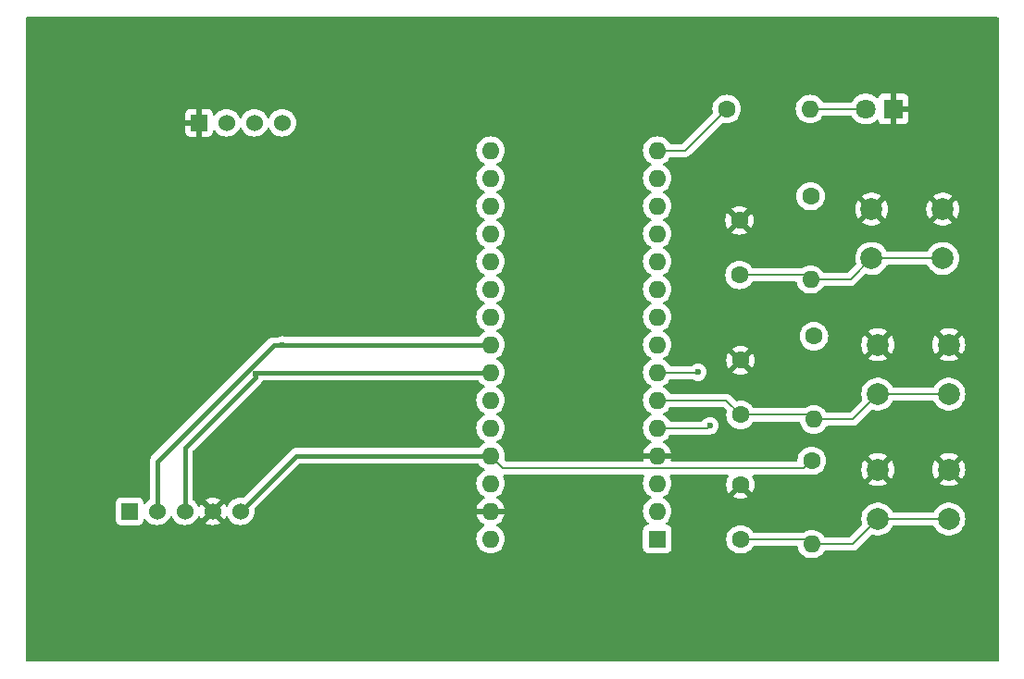
<source format=gtl>
G04 #@! TF.GenerationSoftware,KiCad,Pcbnew,8.0.6*
G04 #@! TF.CreationDate,2025-01-20T10:34:49+07:00*
G04 #@! TF.ProjectId,test_1,74657374-5f31-42e6-9b69-6361645f7063,rev?*
G04 #@! TF.SameCoordinates,Original*
G04 #@! TF.FileFunction,Copper,L1,Top*
G04 #@! TF.FilePolarity,Positive*
%FSLAX46Y46*%
G04 Gerber Fmt 4.6, Leading zero omitted, Abs format (unit mm)*
G04 Created by KiCad (PCBNEW 8.0.6) date 2025-01-20 10:34:49*
%MOMM*%
%LPD*%
G01*
G04 APERTURE LIST*
G04 #@! TA.AperFunction,ComponentPad*
%ADD10C,2.000000*%
G04 #@! TD*
G04 #@! TA.AperFunction,ComponentPad*
%ADD11C,1.600000*%
G04 #@! TD*
G04 #@! TA.AperFunction,ComponentPad*
%ADD12O,1.600000X1.600000*%
G04 #@! TD*
G04 #@! TA.AperFunction,ComponentPad*
%ADD13R,1.800000X1.800000*%
G04 #@! TD*
G04 #@! TA.AperFunction,ComponentPad*
%ADD14C,1.800000*%
G04 #@! TD*
G04 #@! TA.AperFunction,ComponentPad*
%ADD15R,1.600000X1.600000*%
G04 #@! TD*
G04 #@! TA.AperFunction,ComponentPad*
%ADD16R,1.524000X1.524000*%
G04 #@! TD*
G04 #@! TA.AperFunction,ComponentPad*
%ADD17C,1.524000*%
G04 #@! TD*
G04 #@! TA.AperFunction,ViaPad*
%ADD18C,0.600000*%
G04 #@! TD*
G04 #@! TA.AperFunction,Conductor*
%ADD19C,0.200000*%
G04 #@! TD*
G04 #@! TA.AperFunction,Conductor*
%ADD20C,0.400000*%
G04 #@! TD*
G04 APERTURE END LIST*
D10*
X148440000Y-110490000D03*
X154940000Y-110490000D03*
X148440000Y-114990000D03*
X154940000Y-114990000D03*
X147880000Y-98080000D03*
X154380000Y-98080000D03*
X147880000Y-102580000D03*
X154380000Y-102580000D03*
D11*
X134620000Y-88900000D03*
D12*
X142240000Y-88900000D03*
D11*
X142600000Y-109700000D03*
D12*
X142600000Y-117320000D03*
D13*
X149860000Y-88900000D03*
D14*
X147320000Y-88900000D03*
D11*
X142400000Y-121100000D03*
D12*
X142400000Y-128720000D03*
D11*
X135890000Y-128300000D03*
X135890000Y-123300000D03*
D15*
X128270000Y-128270000D03*
D12*
X128270000Y-125730000D03*
X128270000Y-123190000D03*
X128270000Y-120650000D03*
X128270000Y-118110000D03*
X128270000Y-115570000D03*
X128270000Y-113030000D03*
X128270000Y-110490000D03*
X128270000Y-107950000D03*
X128270000Y-105410000D03*
X128270000Y-102870000D03*
X128270000Y-100330000D03*
X128270000Y-97790000D03*
X128270000Y-95250000D03*
X128270000Y-92710000D03*
X113030000Y-92710000D03*
X113030000Y-95250000D03*
X113030000Y-97790000D03*
X113030000Y-100330000D03*
X113030000Y-102870000D03*
X113030000Y-105410000D03*
X113030000Y-107950000D03*
X113030000Y-110490000D03*
X113030000Y-113030000D03*
X113030000Y-115570000D03*
X113030000Y-118110000D03*
X113030000Y-120650000D03*
X113030000Y-123190000D03*
X113030000Y-125730000D03*
X113030000Y-128270000D03*
D11*
X135800000Y-104100000D03*
X135800000Y-99100000D03*
X135890000Y-116900000D03*
X135890000Y-111900000D03*
D16*
X80010000Y-125730000D03*
D17*
X82550000Y-125730000D03*
X85090000Y-125730000D03*
X87630000Y-125730000D03*
X90170000Y-125730000D03*
D10*
X148440000Y-121920000D03*
X154940000Y-121920000D03*
X148440000Y-126420000D03*
X154940000Y-126420000D03*
D16*
X86360000Y-90170000D03*
D17*
X88900000Y-90170000D03*
X91440000Y-90170000D03*
X93980000Y-90170000D03*
D11*
X142300000Y-96890000D03*
D12*
X142300000Y-104510000D03*
D18*
X132000000Y-113000000D03*
X94000000Y-110500000D03*
X133100000Y-117900000D03*
X91500000Y-113100000D03*
D19*
X128270000Y-113030000D02*
X131970000Y-113030000D01*
X135890000Y-128300000D02*
X141980000Y-128300000D01*
X141980000Y-128300000D02*
X142400000Y-128720000D01*
X142400000Y-128720000D02*
X146140000Y-128720000D01*
X148440000Y-126420000D02*
X154940000Y-126420000D01*
X146140000Y-128720000D02*
X148440000Y-126420000D01*
X131970000Y-113030000D02*
X132000000Y-113000000D01*
X128270000Y-115570000D02*
X134560000Y-115570000D01*
X134560000Y-115570000D02*
X135890000Y-116900000D01*
X148440000Y-114990000D02*
X154940000Y-114990000D01*
X146110000Y-117320000D02*
X148440000Y-114990000D01*
X142600000Y-117320000D02*
X146110000Y-117320000D01*
X142180000Y-116900000D02*
X142600000Y-117320000D01*
X135890000Y-116900000D02*
X142180000Y-116900000D01*
X130810000Y-92710000D02*
X134620000Y-88900000D01*
X128270000Y-92710000D02*
X130810000Y-92710000D01*
D20*
X95250000Y-120650000D02*
X90170000Y-125730000D01*
D19*
X114180000Y-121800000D02*
X113030000Y-120650000D01*
X142400000Y-121100000D02*
X141700000Y-121800000D01*
D20*
X113030000Y-120650000D02*
X95250000Y-120650000D01*
D19*
X141700000Y-121800000D02*
X114180000Y-121800000D01*
D20*
X93213288Y-110500000D02*
X82550000Y-121163288D01*
X94010000Y-110490000D02*
X113030000Y-110490000D01*
X94000000Y-110500000D02*
X94010000Y-110490000D01*
X94000000Y-110500000D02*
X93213288Y-110500000D01*
X82550000Y-121163288D02*
X82550000Y-125730000D01*
D19*
X132890000Y-118110000D02*
X133100000Y-117900000D01*
X128270000Y-118110000D02*
X132890000Y-118110000D01*
X142300000Y-104510000D02*
X145950000Y-104510000D01*
X135800000Y-104100000D02*
X141890000Y-104100000D01*
X147880000Y-102580000D02*
X154380000Y-102580000D01*
X145950000Y-104510000D02*
X147880000Y-102580000D01*
X141890000Y-104100000D02*
X142300000Y-104510000D01*
D20*
X85090000Y-119910000D02*
X91500000Y-113500000D01*
X91500000Y-113100000D02*
X91570000Y-113030000D01*
X85090000Y-125730000D02*
X85090000Y-119910000D01*
X91570000Y-113030000D02*
X113030000Y-113030000D01*
X91500000Y-113500000D02*
X91500000Y-113100000D01*
D19*
X142240000Y-88900000D02*
X147320000Y-88900000D01*
G04 #@! TA.AperFunction,Conductor*
G36*
X111935366Y-113750185D02*
G01*
X111969902Y-113783377D01*
X112029954Y-113869141D01*
X112190858Y-114030045D01*
X112190861Y-114030047D01*
X112377266Y-114160568D01*
X112435275Y-114187618D01*
X112487714Y-114233791D01*
X112506866Y-114300984D01*
X112486650Y-114367865D01*
X112435275Y-114412382D01*
X112377267Y-114439431D01*
X112377265Y-114439432D01*
X112190858Y-114569954D01*
X112029954Y-114730858D01*
X111899432Y-114917265D01*
X111899431Y-114917267D01*
X111803261Y-115123502D01*
X111803258Y-115123511D01*
X111744366Y-115343302D01*
X111744364Y-115343313D01*
X111724532Y-115569998D01*
X111724532Y-115570001D01*
X111744364Y-115796686D01*
X111744366Y-115796697D01*
X111803258Y-116016488D01*
X111803261Y-116016497D01*
X111899431Y-116222732D01*
X111899432Y-116222734D01*
X112029954Y-116409141D01*
X112190858Y-116570045D01*
X112190861Y-116570047D01*
X112377266Y-116700568D01*
X112417866Y-116719500D01*
X112435275Y-116727618D01*
X112487714Y-116773791D01*
X112506866Y-116840984D01*
X112486650Y-116907865D01*
X112435275Y-116952382D01*
X112377267Y-116979431D01*
X112377265Y-116979432D01*
X112190858Y-117109954D01*
X112029954Y-117270858D01*
X111899432Y-117457265D01*
X111899431Y-117457267D01*
X111803261Y-117663502D01*
X111803258Y-117663511D01*
X111744366Y-117883302D01*
X111744364Y-117883313D01*
X111724532Y-118109998D01*
X111724532Y-118110001D01*
X111744364Y-118336686D01*
X111744366Y-118336697D01*
X111803258Y-118556488D01*
X111803261Y-118556497D01*
X111899431Y-118762732D01*
X111899432Y-118762734D01*
X112029954Y-118949141D01*
X112190858Y-119110045D01*
X112190861Y-119110047D01*
X112377266Y-119240568D01*
X112435275Y-119267618D01*
X112487714Y-119313791D01*
X112506866Y-119380984D01*
X112486650Y-119447865D01*
X112435275Y-119492382D01*
X112377267Y-119519431D01*
X112377265Y-119519432D01*
X112190858Y-119649954D01*
X112029954Y-119810858D01*
X111969902Y-119896623D01*
X111915325Y-119940248D01*
X111868327Y-119949500D01*
X95181004Y-119949500D01*
X95045677Y-119976418D01*
X95045667Y-119976421D01*
X94918192Y-120029222D01*
X94803454Y-120105887D01*
X90465293Y-124444048D01*
X90403970Y-124477533D01*
X90366806Y-124479894D01*
X90261674Y-124470697D01*
X90170002Y-124462677D01*
X90169998Y-124462677D01*
X89949937Y-124481929D01*
X89949929Y-124481930D01*
X89736554Y-124539104D01*
X89736548Y-124539107D01*
X89536340Y-124632465D01*
X89536338Y-124632466D01*
X89355377Y-124759175D01*
X89199175Y-124915377D01*
X89072467Y-125096337D01*
X89012105Y-125225782D01*
X88965932Y-125278221D01*
X88898738Y-125297372D01*
X88831857Y-125277156D01*
X88787341Y-125225780D01*
X88727098Y-125096589D01*
X88727097Y-125096587D01*
X88681741Y-125031811D01*
X88681740Y-125031810D01*
X88011000Y-125702551D01*
X88011000Y-125679840D01*
X87985036Y-125582939D01*
X87934876Y-125496060D01*
X87863940Y-125425124D01*
X87777061Y-125374964D01*
X87680160Y-125349000D01*
X87657448Y-125349000D01*
X88328188Y-124678259D01*
X88328187Y-124678258D01*
X88263411Y-124632901D01*
X88263405Y-124632898D01*
X88063284Y-124539580D01*
X88063270Y-124539575D01*
X87849986Y-124482426D01*
X87849976Y-124482424D01*
X87630001Y-124463179D01*
X87629999Y-124463179D01*
X87410023Y-124482424D01*
X87410013Y-124482426D01*
X87196729Y-124539575D01*
X87196720Y-124539579D01*
X86996590Y-124632901D01*
X86931811Y-124678258D01*
X87602553Y-125349000D01*
X87579840Y-125349000D01*
X87482939Y-125374964D01*
X87396060Y-125425124D01*
X87325124Y-125496060D01*
X87274964Y-125582939D01*
X87249000Y-125679840D01*
X87249000Y-125702553D01*
X86578258Y-125031811D01*
X86532901Y-125096590D01*
X86472658Y-125225781D01*
X86426485Y-125278220D01*
X86359292Y-125297372D01*
X86292411Y-125277156D01*
X86247894Y-125225781D01*
X86232906Y-125193639D01*
X86187534Y-125096339D01*
X86113264Y-124990270D01*
X86060827Y-124915381D01*
X86005962Y-124860516D01*
X85904620Y-124759174D01*
X85862890Y-124729954D01*
X85843375Y-124716289D01*
X85799751Y-124661711D01*
X85790500Y-124614715D01*
X85790500Y-120251519D01*
X85810185Y-120184480D01*
X85826819Y-120163838D01*
X92044112Y-113946545D01*
X92044114Y-113946543D01*
X92120775Y-113831811D01*
X92131033Y-113807045D01*
X92174872Y-113752645D01*
X92241166Y-113730579D01*
X92245593Y-113730500D01*
X111868327Y-113730500D01*
X111935366Y-113750185D01*
G37*
G04 #@! TD.AperFunction*
G04 #@! TA.AperFunction,Conductor*
G36*
X159442539Y-80520185D02*
G01*
X159488294Y-80572989D01*
X159499500Y-80624500D01*
X159499500Y-139375500D01*
X159479815Y-139442539D01*
X159427011Y-139488294D01*
X159375500Y-139499500D01*
X70624500Y-139499500D01*
X70557461Y-139479815D01*
X70511706Y-139427011D01*
X70500500Y-139375500D01*
X70500500Y-124920135D01*
X78747500Y-124920135D01*
X78747500Y-126539870D01*
X78747501Y-126539876D01*
X78753908Y-126599483D01*
X78804202Y-126734328D01*
X78804206Y-126734335D01*
X78890452Y-126849544D01*
X78890455Y-126849547D01*
X79005664Y-126935793D01*
X79005671Y-126935797D01*
X79140517Y-126986091D01*
X79140516Y-126986091D01*
X79147444Y-126986835D01*
X79200127Y-126992500D01*
X80819872Y-126992499D01*
X80879483Y-126986091D01*
X81014331Y-126935796D01*
X81129546Y-126849546D01*
X81215796Y-126734331D01*
X81266091Y-126599483D01*
X81272500Y-126539873D01*
X81272499Y-126499920D01*
X81292182Y-126432884D01*
X81344985Y-126387128D01*
X81414143Y-126377183D01*
X81477700Y-126406206D01*
X81498073Y-126428796D01*
X81579174Y-126544620D01*
X81579175Y-126544621D01*
X81735378Y-126700824D01*
X81735384Y-126700829D01*
X81916333Y-126827531D01*
X81916335Y-126827532D01*
X81916338Y-126827534D01*
X82116550Y-126920894D01*
X82329932Y-126978070D01*
X82487123Y-126991822D01*
X82549998Y-126997323D01*
X82550000Y-126997323D01*
X82550002Y-126997323D01*
X82605151Y-126992498D01*
X82770068Y-126978070D01*
X82983450Y-126920894D01*
X83183662Y-126827534D01*
X83364620Y-126700826D01*
X83520826Y-126544620D01*
X83647534Y-126363662D01*
X83707618Y-126234811D01*
X83753790Y-126182371D01*
X83820983Y-126163219D01*
X83887865Y-126183435D01*
X83932382Y-126234811D01*
X83992464Y-126363658D01*
X83992468Y-126363666D01*
X84119170Y-126544615D01*
X84119175Y-126544621D01*
X84275378Y-126700824D01*
X84275384Y-126700829D01*
X84456333Y-126827531D01*
X84456335Y-126827532D01*
X84456338Y-126827534D01*
X84656550Y-126920894D01*
X84869932Y-126978070D01*
X85027123Y-126991822D01*
X85089998Y-126997323D01*
X85090000Y-126997323D01*
X85090002Y-126997323D01*
X85145151Y-126992498D01*
X85310068Y-126978070D01*
X85523450Y-126920894D01*
X85723662Y-126827534D01*
X85904620Y-126700826D01*
X86060826Y-126544620D01*
X86187534Y-126363662D01*
X86247894Y-126234218D01*
X86294066Y-126181779D01*
X86361259Y-126162627D01*
X86428141Y-126182843D01*
X86472658Y-126234219D01*
X86532898Y-126363405D01*
X86532901Y-126363411D01*
X86578258Y-126428187D01*
X86578259Y-126428188D01*
X87249000Y-125757447D01*
X87249000Y-125780160D01*
X87274964Y-125877061D01*
X87325124Y-125963940D01*
X87396060Y-126034876D01*
X87482939Y-126085036D01*
X87579840Y-126111000D01*
X87602553Y-126111000D01*
X86931810Y-126781740D01*
X86996590Y-126827099D01*
X86996592Y-126827100D01*
X87196715Y-126920419D01*
X87196729Y-126920424D01*
X87410013Y-126977573D01*
X87410023Y-126977575D01*
X87629999Y-126996821D01*
X87630001Y-126996821D01*
X87849976Y-126977575D01*
X87849986Y-126977573D01*
X88063270Y-126920424D01*
X88063284Y-126920419D01*
X88263407Y-126827100D01*
X88263417Y-126827094D01*
X88328188Y-126781741D01*
X87657448Y-126111000D01*
X87680160Y-126111000D01*
X87777061Y-126085036D01*
X87863940Y-126034876D01*
X87934876Y-125963940D01*
X87985036Y-125877061D01*
X88011000Y-125780160D01*
X88011000Y-125757447D01*
X88681741Y-126428188D01*
X88727094Y-126363417D01*
X88727095Y-126363416D01*
X88787340Y-126234219D01*
X88833512Y-126181780D01*
X88900706Y-126162627D01*
X88967587Y-126182842D01*
X89012105Y-126234218D01*
X89072466Y-126363662D01*
X89072468Y-126363666D01*
X89199170Y-126544615D01*
X89199175Y-126544621D01*
X89355378Y-126700824D01*
X89355384Y-126700829D01*
X89536333Y-126827531D01*
X89536335Y-126827532D01*
X89536338Y-126827534D01*
X89736550Y-126920894D01*
X89949932Y-126978070D01*
X90107123Y-126991822D01*
X90169998Y-126997323D01*
X90170000Y-126997323D01*
X90170002Y-126997323D01*
X90225151Y-126992498D01*
X90390068Y-126978070D01*
X90603450Y-126920894D01*
X90803662Y-126827534D01*
X90984620Y-126700826D01*
X91140826Y-126544620D01*
X91267534Y-126363662D01*
X91360894Y-126163450D01*
X91418070Y-125950068D01*
X91435835Y-125747011D01*
X91437323Y-125730002D01*
X91437323Y-125729999D01*
X91434995Y-125703391D01*
X91420104Y-125533189D01*
X91433870Y-125464693D01*
X91455948Y-125434707D01*
X95503838Y-121386819D01*
X95565161Y-121353334D01*
X95591519Y-121350500D01*
X111868327Y-121350500D01*
X111935366Y-121370185D01*
X111969902Y-121403377D01*
X112029954Y-121489141D01*
X112190858Y-121650045D01*
X112190861Y-121650047D01*
X112377266Y-121780568D01*
X112435275Y-121807618D01*
X112487714Y-121853791D01*
X112506866Y-121920984D01*
X112486650Y-121987865D01*
X112435275Y-122032382D01*
X112377267Y-122059431D01*
X112377265Y-122059432D01*
X112190858Y-122189954D01*
X112029954Y-122350858D01*
X111899432Y-122537265D01*
X111899431Y-122537267D01*
X111803261Y-122743502D01*
X111803258Y-122743511D01*
X111744366Y-122963302D01*
X111744364Y-122963313D01*
X111724532Y-123189998D01*
X111724532Y-123190001D01*
X111744364Y-123416686D01*
X111744366Y-123416697D01*
X111803258Y-123636488D01*
X111803261Y-123636497D01*
X111899431Y-123842732D01*
X111899432Y-123842734D01*
X112029954Y-124029141D01*
X112190858Y-124190045D01*
X112190861Y-124190047D01*
X112377266Y-124320568D01*
X112435865Y-124347893D01*
X112488305Y-124394065D01*
X112507457Y-124461258D01*
X112487242Y-124528139D01*
X112435867Y-124572657D01*
X112377515Y-124599867D01*
X112191179Y-124730342D01*
X112030342Y-124891179D01*
X111899865Y-125077517D01*
X111803734Y-125283673D01*
X111803730Y-125283682D01*
X111751127Y-125479999D01*
X111751128Y-125480000D01*
X112596988Y-125480000D01*
X112564075Y-125537007D01*
X112530000Y-125664174D01*
X112530000Y-125795826D01*
X112564075Y-125922993D01*
X112596988Y-125980000D01*
X111751128Y-125980000D01*
X111803730Y-126176317D01*
X111803734Y-126176326D01*
X111899865Y-126382482D01*
X112030342Y-126568820D01*
X112191179Y-126729657D01*
X112377518Y-126860134D01*
X112377520Y-126860135D01*
X112435865Y-126887342D01*
X112488305Y-126933514D01*
X112507457Y-127000707D01*
X112487242Y-127067589D01*
X112435867Y-127112105D01*
X112383324Y-127136607D01*
X112377264Y-127139433D01*
X112190858Y-127269954D01*
X112029954Y-127430858D01*
X111899432Y-127617265D01*
X111899431Y-127617267D01*
X111803261Y-127823502D01*
X111803258Y-127823511D01*
X111744366Y-128043302D01*
X111744364Y-128043313D01*
X111724532Y-128269998D01*
X111724532Y-128270001D01*
X111744364Y-128496686D01*
X111744366Y-128496697D01*
X111803258Y-128716488D01*
X111803261Y-128716497D01*
X111899431Y-128922732D01*
X111899432Y-128922734D01*
X112029954Y-129109141D01*
X112190858Y-129270045D01*
X112204471Y-129279577D01*
X112377266Y-129400568D01*
X112583504Y-129496739D01*
X112803308Y-129555635D01*
X112965230Y-129569801D01*
X113029998Y-129575468D01*
X113030000Y-129575468D01*
X113030002Y-129575468D01*
X113086807Y-129570498D01*
X113256692Y-129555635D01*
X113476496Y-129496739D01*
X113682734Y-129400568D01*
X113869139Y-129270047D01*
X114030047Y-129109139D01*
X114160568Y-128922734D01*
X114256739Y-128716496D01*
X114315635Y-128496692D01*
X114335468Y-128270000D01*
X114315635Y-128043308D01*
X114256739Y-127823504D01*
X114160568Y-127617266D01*
X114030047Y-127430861D01*
X114030045Y-127430858D01*
X113869141Y-127269954D01*
X113682734Y-127139432D01*
X113682732Y-127139431D01*
X113671275Y-127134088D01*
X113624132Y-127112105D01*
X113571694Y-127065934D01*
X113552542Y-126998740D01*
X113572758Y-126931859D01*
X113624134Y-126887341D01*
X113682484Y-126860132D01*
X113868820Y-126729657D01*
X114029657Y-126568820D01*
X114160134Y-126382482D01*
X114256265Y-126176326D01*
X114256269Y-126176317D01*
X114308872Y-125980000D01*
X113463012Y-125980000D01*
X113495925Y-125922993D01*
X113530000Y-125795826D01*
X113530000Y-125664174D01*
X113495925Y-125537007D01*
X113463012Y-125480000D01*
X114308872Y-125480000D01*
X114308872Y-125479999D01*
X114256269Y-125283682D01*
X114256265Y-125283673D01*
X114160134Y-125077517D01*
X114029657Y-124891179D01*
X113868820Y-124730342D01*
X113682482Y-124599865D01*
X113624133Y-124572657D01*
X113571694Y-124526484D01*
X113552542Y-124459291D01*
X113572758Y-124392410D01*
X113624129Y-124347895D01*
X113682734Y-124320568D01*
X113869139Y-124190047D01*
X114030047Y-124029139D01*
X114160568Y-123842734D01*
X114256739Y-123636496D01*
X114315635Y-123416692D01*
X114335468Y-123190000D01*
X114315635Y-122963308D01*
X114256739Y-122743504D01*
X114179051Y-122576904D01*
X114168560Y-122507827D01*
X114197080Y-122444043D01*
X114255556Y-122405804D01*
X114291434Y-122400500D01*
X127008566Y-122400500D01*
X127075605Y-122420185D01*
X127121360Y-122472989D01*
X127131304Y-122542147D01*
X127120948Y-122576905D01*
X127043262Y-122743502D01*
X127043258Y-122743511D01*
X126984366Y-122963302D01*
X126984364Y-122963313D01*
X126964532Y-123189998D01*
X126964532Y-123190001D01*
X126984364Y-123416686D01*
X126984366Y-123416697D01*
X127043258Y-123636488D01*
X127043261Y-123636497D01*
X127139431Y-123842732D01*
X127139432Y-123842734D01*
X127269954Y-124029141D01*
X127430858Y-124190045D01*
X127430861Y-124190047D01*
X127617266Y-124320568D01*
X127675275Y-124347618D01*
X127727714Y-124393791D01*
X127746866Y-124460984D01*
X127726650Y-124527865D01*
X127675275Y-124572382D01*
X127617267Y-124599431D01*
X127617265Y-124599432D01*
X127430858Y-124729954D01*
X127269954Y-124890858D01*
X127139432Y-125077265D01*
X127139431Y-125077267D01*
X127043261Y-125283502D01*
X127043258Y-125283511D01*
X126984366Y-125503302D01*
X126984364Y-125503313D01*
X126964532Y-125729998D01*
X126964532Y-125730001D01*
X126984364Y-125956686D01*
X126984366Y-125956697D01*
X127043258Y-126176488D01*
X127043261Y-126176497D01*
X127139431Y-126382732D01*
X127139432Y-126382734D01*
X127269954Y-126569141D01*
X127430858Y-126730045D01*
X127455462Y-126747273D01*
X127499087Y-126801849D01*
X127506281Y-126871348D01*
X127474758Y-126933703D01*
X127414529Y-126969117D01*
X127397593Y-126972138D01*
X127362516Y-126975908D01*
X127227671Y-127026202D01*
X127227664Y-127026206D01*
X127112455Y-127112452D01*
X127112452Y-127112455D01*
X127026206Y-127227664D01*
X127026202Y-127227671D01*
X126975908Y-127362517D01*
X126969501Y-127422116D01*
X126969501Y-127422123D01*
X126969500Y-127422135D01*
X126969500Y-129117870D01*
X126969501Y-129117876D01*
X126975908Y-129177483D01*
X127026202Y-129312328D01*
X127026206Y-129312335D01*
X127112452Y-129427544D01*
X127112455Y-129427547D01*
X127227664Y-129513793D01*
X127227671Y-129513797D01*
X127362517Y-129564091D01*
X127362516Y-129564091D01*
X127369444Y-129564835D01*
X127422127Y-129570500D01*
X129117872Y-129570499D01*
X129177483Y-129564091D01*
X129312331Y-129513796D01*
X129427546Y-129427546D01*
X129513796Y-129312331D01*
X129564091Y-129177483D01*
X129570500Y-129117873D01*
X129570500Y-128299998D01*
X134584532Y-128299998D01*
X134584532Y-128300001D01*
X134604364Y-128526686D01*
X134604366Y-128526697D01*
X134663258Y-128746488D01*
X134663261Y-128746497D01*
X134759431Y-128952732D01*
X134759432Y-128952734D01*
X134889954Y-129139141D01*
X135050858Y-129300045D01*
X135068410Y-129312335D01*
X135237266Y-129430568D01*
X135443504Y-129526739D01*
X135663308Y-129585635D01*
X135825230Y-129599801D01*
X135889998Y-129605468D01*
X135890000Y-129605468D01*
X135890002Y-129605468D01*
X135946673Y-129600509D01*
X136116692Y-129585635D01*
X136336496Y-129526739D01*
X136542734Y-129430568D01*
X136729139Y-129300047D01*
X136890047Y-129139139D01*
X137020118Y-128953375D01*
X137074693Y-128909752D01*
X137121692Y-128900500D01*
X141006839Y-128900500D01*
X141073878Y-128920185D01*
X141119633Y-128972989D01*
X141126614Y-128992407D01*
X141173258Y-129166488D01*
X141173261Y-129166497D01*
X141269431Y-129372732D01*
X141269432Y-129372734D01*
X141399954Y-129559141D01*
X141560858Y-129720045D01*
X141560861Y-129720047D01*
X141747266Y-129850568D01*
X141953504Y-129946739D01*
X142173308Y-130005635D01*
X142335230Y-130019801D01*
X142399998Y-130025468D01*
X142400000Y-130025468D01*
X142400002Y-130025468D01*
X142456673Y-130020509D01*
X142626692Y-130005635D01*
X142846496Y-129946739D01*
X143052734Y-129850568D01*
X143239139Y-129720047D01*
X143400047Y-129559139D01*
X143530118Y-129373375D01*
X143584693Y-129329752D01*
X143631692Y-129320500D01*
X146053331Y-129320500D01*
X146053347Y-129320501D01*
X146060943Y-129320501D01*
X146219054Y-129320501D01*
X146219057Y-129320501D01*
X146371785Y-129279577D01*
X146454102Y-129232051D01*
X146508716Y-129200520D01*
X146620520Y-129088716D01*
X146620520Y-129088714D01*
X146630724Y-129078511D01*
X146630728Y-129078506D01*
X147836452Y-127872781D01*
X147897773Y-127839298D01*
X147964392Y-127843182D01*
X148036350Y-127867886D01*
X148070385Y-127879571D01*
X148315665Y-127920500D01*
X148564335Y-127920500D01*
X148809614Y-127879571D01*
X149044810Y-127798828D01*
X149263509Y-127680474D01*
X149459744Y-127527738D01*
X149628164Y-127344785D01*
X149764173Y-127136607D01*
X149782560Y-127094689D01*
X149827517Y-127041204D01*
X149894253Y-127020514D01*
X149896116Y-127020500D01*
X153483884Y-127020500D01*
X153550923Y-127040185D01*
X153596678Y-127092989D01*
X153597440Y-127094689D01*
X153615827Y-127136608D01*
X153751833Y-127344782D01*
X153768159Y-127362517D01*
X153920256Y-127527738D01*
X154116491Y-127680474D01*
X154335190Y-127798828D01*
X154570386Y-127879571D01*
X154815665Y-127920500D01*
X155064335Y-127920500D01*
X155309614Y-127879571D01*
X155544810Y-127798828D01*
X155763509Y-127680474D01*
X155959744Y-127527738D01*
X156128164Y-127344785D01*
X156264173Y-127136607D01*
X156364063Y-126908881D01*
X156425108Y-126667821D01*
X156433285Y-126569139D01*
X156445643Y-126420005D01*
X156445643Y-126419994D01*
X156425109Y-126172187D01*
X156425107Y-126172175D01*
X156364063Y-125931118D01*
X156264173Y-125703393D01*
X156128166Y-125495217D01*
X156106557Y-125471744D01*
X155959744Y-125312262D01*
X155763509Y-125159526D01*
X155763507Y-125159525D01*
X155763506Y-125159524D01*
X155544811Y-125041172D01*
X155544802Y-125041169D01*
X155309616Y-124960429D01*
X155064335Y-124919500D01*
X154815665Y-124919500D01*
X154570383Y-124960429D01*
X154335197Y-125041169D01*
X154335188Y-125041172D01*
X154116493Y-125159524D01*
X153920257Y-125312261D01*
X153751833Y-125495217D01*
X153615827Y-125703391D01*
X153597440Y-125745311D01*
X153552483Y-125798796D01*
X153485747Y-125819486D01*
X153483884Y-125819500D01*
X149896116Y-125819500D01*
X149829077Y-125799815D01*
X149783322Y-125747011D01*
X149782560Y-125745311D01*
X149764172Y-125703391D01*
X149628166Y-125495217D01*
X149606557Y-125471744D01*
X149459744Y-125312262D01*
X149263509Y-125159526D01*
X149263507Y-125159525D01*
X149263506Y-125159524D01*
X149044811Y-125041172D01*
X149044802Y-125041169D01*
X148809616Y-124960429D01*
X148564335Y-124919500D01*
X148315665Y-124919500D01*
X148070383Y-124960429D01*
X147835197Y-125041169D01*
X147835188Y-125041172D01*
X147616493Y-125159524D01*
X147420257Y-125312261D01*
X147251833Y-125495217D01*
X147115826Y-125703393D01*
X147015936Y-125931118D01*
X146954892Y-126172175D01*
X146954890Y-126172187D01*
X146934357Y-126419994D01*
X146934357Y-126420005D01*
X146954890Y-126667812D01*
X146954892Y-126667824D01*
X147016007Y-126909160D01*
X147013382Y-126978980D01*
X146983482Y-127027281D01*
X145927584Y-128083181D01*
X145866261Y-128116666D01*
X145839903Y-128119500D01*
X143631692Y-128119500D01*
X143564653Y-128099815D01*
X143530119Y-128066625D01*
X143400047Y-127880861D01*
X143400045Y-127880858D01*
X143239141Y-127719954D01*
X143052734Y-127589432D01*
X143052732Y-127589431D01*
X142846497Y-127493261D01*
X142846488Y-127493258D01*
X142626697Y-127434366D01*
X142626693Y-127434365D01*
X142626692Y-127434365D01*
X142626691Y-127434364D01*
X142626686Y-127434364D01*
X142400002Y-127414532D01*
X142399998Y-127414532D01*
X142173313Y-127434364D01*
X142173302Y-127434366D01*
X141953511Y-127493258D01*
X141953502Y-127493261D01*
X141747267Y-127589431D01*
X141747265Y-127589432D01*
X141622098Y-127677075D01*
X141555892Y-127699402D01*
X141550975Y-127699500D01*
X137121692Y-127699500D01*
X137054653Y-127679815D01*
X137020119Y-127646625D01*
X136890047Y-127460861D01*
X136890045Y-127460858D01*
X136729141Y-127299954D01*
X136542734Y-127169432D01*
X136542732Y-127169431D01*
X136336497Y-127073261D01*
X136336488Y-127073258D01*
X136116697Y-127014366D01*
X136116693Y-127014365D01*
X136116692Y-127014365D01*
X136116691Y-127014364D01*
X136116686Y-127014364D01*
X135890002Y-126994532D01*
X135889998Y-126994532D01*
X135663313Y-127014364D01*
X135663302Y-127014366D01*
X135443511Y-127073258D01*
X135443502Y-127073261D01*
X135237267Y-127169431D01*
X135237265Y-127169432D01*
X135050858Y-127299954D01*
X134889954Y-127460858D01*
X134759432Y-127647265D01*
X134759431Y-127647267D01*
X134663261Y-127853502D01*
X134663258Y-127853511D01*
X134604366Y-128073302D01*
X134604364Y-128073313D01*
X134584532Y-128299998D01*
X129570500Y-128299998D01*
X129570499Y-127422128D01*
X129564091Y-127362517D01*
X129557477Y-127344785D01*
X129513797Y-127227671D01*
X129513793Y-127227664D01*
X129427547Y-127112455D01*
X129427544Y-127112452D01*
X129312335Y-127026206D01*
X129312328Y-127026202D01*
X129177482Y-126975908D01*
X129177483Y-126975908D01*
X129142404Y-126972137D01*
X129077853Y-126945399D01*
X129038005Y-126888006D01*
X129035512Y-126818181D01*
X129071165Y-126758092D01*
X129084539Y-126747272D01*
X129103015Y-126734335D01*
X129109139Y-126730047D01*
X129270047Y-126569139D01*
X129400568Y-126382734D01*
X129496739Y-126176496D01*
X129555635Y-125956692D01*
X129573980Y-125747011D01*
X129575468Y-125730001D01*
X129575468Y-125729998D01*
X129558583Y-125537007D01*
X129555635Y-125503308D01*
X129496739Y-125283504D01*
X129400568Y-125077266D01*
X129290545Y-124920135D01*
X129270045Y-124890858D01*
X129109141Y-124729954D01*
X128922734Y-124599432D01*
X128922728Y-124599429D01*
X128864725Y-124572382D01*
X128812285Y-124526210D01*
X128793133Y-124459017D01*
X128813348Y-124392135D01*
X128864725Y-124347618D01*
X128922734Y-124320568D01*
X129109139Y-124190047D01*
X129270047Y-124029139D01*
X129400568Y-123842734D01*
X129496739Y-123636496D01*
X129555635Y-123416692D01*
X129575468Y-123190000D01*
X129555635Y-122963308D01*
X129496739Y-122743504D01*
X129419051Y-122576904D01*
X129408560Y-122507827D01*
X129437080Y-122444043D01*
X129495556Y-122405804D01*
X129531434Y-122400500D01*
X134694628Y-122400500D01*
X134761667Y-122420185D01*
X134807422Y-122472989D01*
X134817366Y-122542147D01*
X134796202Y-122595624D01*
X134759869Y-122647510D01*
X134759866Y-122647516D01*
X134663734Y-122853673D01*
X134663730Y-122853682D01*
X134604860Y-123073389D01*
X134604858Y-123073400D01*
X134585034Y-123299997D01*
X134585034Y-123300002D01*
X134604858Y-123526599D01*
X134604860Y-123526610D01*
X134663730Y-123746317D01*
X134663735Y-123746331D01*
X134759863Y-123952478D01*
X134810974Y-124025472D01*
X135490000Y-123346446D01*
X135490000Y-123352661D01*
X135517259Y-123454394D01*
X135569920Y-123545606D01*
X135644394Y-123620080D01*
X135735606Y-123672741D01*
X135837339Y-123700000D01*
X135843553Y-123700000D01*
X135164526Y-124379025D01*
X135237513Y-124430132D01*
X135237521Y-124430136D01*
X135443668Y-124526264D01*
X135443682Y-124526269D01*
X135663389Y-124585139D01*
X135663400Y-124585141D01*
X135889998Y-124604966D01*
X135890002Y-124604966D01*
X136116599Y-124585141D01*
X136116610Y-124585139D01*
X136336317Y-124526269D01*
X136336331Y-124526264D01*
X136542478Y-124430136D01*
X136615471Y-124379024D01*
X135936447Y-123700000D01*
X135942661Y-123700000D01*
X136044394Y-123672741D01*
X136135606Y-123620080D01*
X136210080Y-123545606D01*
X136262741Y-123454394D01*
X136290000Y-123352661D01*
X136290000Y-123346447D01*
X136969024Y-124025471D01*
X137020136Y-123952478D01*
X137116264Y-123746331D01*
X137116269Y-123746317D01*
X137175139Y-123526610D01*
X137175141Y-123526599D01*
X137194966Y-123300002D01*
X137194966Y-123299997D01*
X137175141Y-123073400D01*
X137175139Y-123073389D01*
X137116269Y-122853682D01*
X137116265Y-122853673D01*
X137020133Y-122647516D01*
X137020130Y-122647510D01*
X136983798Y-122595624D01*
X136961470Y-122529418D01*
X136978480Y-122461651D01*
X137029427Y-122413838D01*
X137085372Y-122400500D01*
X141613331Y-122400500D01*
X141613347Y-122400501D01*
X141620943Y-122400501D01*
X141779054Y-122400501D01*
X141779057Y-122400501D01*
X141931785Y-122359577D01*
X141933030Y-122358857D01*
X141934212Y-122358571D01*
X141939289Y-122356468D01*
X141939616Y-122357259D01*
X142000925Y-122342381D01*
X142027124Y-122346465D01*
X142173308Y-122385635D01*
X142335230Y-122399801D01*
X142399998Y-122405468D01*
X142400000Y-122405468D01*
X142400002Y-122405468D01*
X142456784Y-122400500D01*
X142626692Y-122385635D01*
X142846496Y-122326739D01*
X143052734Y-122230568D01*
X143239139Y-122100047D01*
X143400047Y-121939139D01*
X143413452Y-121919994D01*
X146934859Y-121919994D01*
X146934859Y-121920005D01*
X146955385Y-122167729D01*
X146955387Y-122167738D01*
X147016412Y-122408717D01*
X147116266Y-122636364D01*
X147216564Y-122789882D01*
X147916212Y-122090234D01*
X147927482Y-122132292D01*
X147999890Y-122257708D01*
X148102292Y-122360110D01*
X148227708Y-122432518D01*
X148269765Y-122443787D01*
X147569942Y-123143609D01*
X147616768Y-123180055D01*
X147616770Y-123180056D01*
X147835385Y-123298364D01*
X147835396Y-123298369D01*
X148070506Y-123379083D01*
X148315707Y-123420000D01*
X148564293Y-123420000D01*
X148809493Y-123379083D01*
X149044603Y-123298369D01*
X149044614Y-123298364D01*
X149263228Y-123180057D01*
X149263231Y-123180055D01*
X149310056Y-123143609D01*
X148610234Y-122443787D01*
X148652292Y-122432518D01*
X148777708Y-122360110D01*
X148880110Y-122257708D01*
X148952518Y-122132292D01*
X148963787Y-122090235D01*
X149663434Y-122789882D01*
X149763731Y-122636369D01*
X149863587Y-122408717D01*
X149924612Y-122167738D01*
X149924614Y-122167729D01*
X149945141Y-121920005D01*
X149945141Y-121919994D01*
X153434859Y-121919994D01*
X153434859Y-121920005D01*
X153455385Y-122167729D01*
X153455387Y-122167738D01*
X153516412Y-122408717D01*
X153616266Y-122636364D01*
X153716564Y-122789882D01*
X154416212Y-122090234D01*
X154427482Y-122132292D01*
X154499890Y-122257708D01*
X154602292Y-122360110D01*
X154727708Y-122432518D01*
X154769765Y-122443787D01*
X154069942Y-123143609D01*
X154116768Y-123180055D01*
X154116770Y-123180056D01*
X154335385Y-123298364D01*
X154335396Y-123298369D01*
X154570506Y-123379083D01*
X154815707Y-123420000D01*
X155064293Y-123420000D01*
X155309493Y-123379083D01*
X155544603Y-123298369D01*
X155544614Y-123298364D01*
X155763228Y-123180057D01*
X155763231Y-123180055D01*
X155810056Y-123143609D01*
X155110234Y-122443787D01*
X155152292Y-122432518D01*
X155277708Y-122360110D01*
X155380110Y-122257708D01*
X155452518Y-122132292D01*
X155463787Y-122090235D01*
X156163434Y-122789882D01*
X156263731Y-122636369D01*
X156363587Y-122408717D01*
X156424612Y-122167738D01*
X156424614Y-122167729D01*
X156445141Y-121920005D01*
X156445141Y-121919994D01*
X156424614Y-121672270D01*
X156424612Y-121672261D01*
X156363587Y-121431282D01*
X156263731Y-121203630D01*
X156163434Y-121050116D01*
X155463787Y-121749764D01*
X155452518Y-121707708D01*
X155380110Y-121582292D01*
X155277708Y-121479890D01*
X155152292Y-121407482D01*
X155110235Y-121396212D01*
X155810057Y-120696390D01*
X155810056Y-120696389D01*
X155763229Y-120659943D01*
X155544614Y-120541635D01*
X155544603Y-120541630D01*
X155309493Y-120460916D01*
X155064293Y-120420000D01*
X154815707Y-120420000D01*
X154570506Y-120460916D01*
X154335396Y-120541630D01*
X154335390Y-120541632D01*
X154116761Y-120659949D01*
X154069942Y-120696388D01*
X154069942Y-120696390D01*
X154769765Y-121396212D01*
X154727708Y-121407482D01*
X154602292Y-121479890D01*
X154499890Y-121582292D01*
X154427482Y-121707708D01*
X154416212Y-121749764D01*
X153716564Y-121050116D01*
X153616267Y-121203632D01*
X153516412Y-121431282D01*
X153455387Y-121672261D01*
X153455385Y-121672270D01*
X153434859Y-121919994D01*
X149945141Y-121919994D01*
X149924614Y-121672270D01*
X149924612Y-121672261D01*
X149863587Y-121431282D01*
X149763731Y-121203630D01*
X149663434Y-121050116D01*
X148963787Y-121749764D01*
X148952518Y-121707708D01*
X148880110Y-121582292D01*
X148777708Y-121479890D01*
X148652292Y-121407482D01*
X148610235Y-121396212D01*
X149310057Y-120696390D01*
X149310056Y-120696389D01*
X149263229Y-120659943D01*
X149044614Y-120541635D01*
X149044603Y-120541630D01*
X148809493Y-120460916D01*
X148564293Y-120420000D01*
X148315707Y-120420000D01*
X148070506Y-120460916D01*
X147835396Y-120541630D01*
X147835390Y-120541632D01*
X147616761Y-120659949D01*
X147569942Y-120696388D01*
X147569942Y-120696390D01*
X148269765Y-121396212D01*
X148227708Y-121407482D01*
X148102292Y-121479890D01*
X147999890Y-121582292D01*
X147927482Y-121707708D01*
X147916212Y-121749764D01*
X147216564Y-121050116D01*
X147116267Y-121203632D01*
X147016412Y-121431282D01*
X146955387Y-121672261D01*
X146955385Y-121672270D01*
X146934859Y-121919994D01*
X143413452Y-121919994D01*
X143530568Y-121752734D01*
X143626739Y-121546496D01*
X143685635Y-121326692D01*
X143705468Y-121100000D01*
X143685635Y-120873308D01*
X143626739Y-120653504D01*
X143530568Y-120447266D01*
X143400047Y-120260861D01*
X143400045Y-120260858D01*
X143239141Y-120099954D01*
X143052734Y-119969432D01*
X143052732Y-119969431D01*
X142846497Y-119873261D01*
X142846488Y-119873258D01*
X142626697Y-119814366D01*
X142626693Y-119814365D01*
X142626692Y-119814365D01*
X142626691Y-119814364D01*
X142626686Y-119814364D01*
X142400002Y-119794532D01*
X142399998Y-119794532D01*
X142173313Y-119814364D01*
X142173302Y-119814366D01*
X141953511Y-119873258D01*
X141953502Y-119873261D01*
X141747267Y-119969431D01*
X141747265Y-119969432D01*
X141560858Y-120099954D01*
X141399954Y-120260858D01*
X141269432Y-120447265D01*
X141269431Y-120447267D01*
X141173261Y-120653502D01*
X141173258Y-120653511D01*
X141114366Y-120873302D01*
X141114364Y-120873313D01*
X141095730Y-121086307D01*
X141070278Y-121151376D01*
X141013687Y-121192355D01*
X140972202Y-121199500D01*
X129630222Y-121199500D01*
X129563183Y-121179815D01*
X129517428Y-121127011D01*
X129507484Y-121057853D01*
X129510447Y-121043407D01*
X129548872Y-120900000D01*
X128703012Y-120900000D01*
X128735925Y-120842993D01*
X128770000Y-120715826D01*
X128770000Y-120584174D01*
X128735925Y-120457007D01*
X128703012Y-120400000D01*
X129548872Y-120400000D01*
X129548872Y-120399999D01*
X129496269Y-120203682D01*
X129496265Y-120203673D01*
X129400134Y-119997517D01*
X129269657Y-119811179D01*
X129108820Y-119650342D01*
X128922482Y-119519865D01*
X128864133Y-119492657D01*
X128811694Y-119446484D01*
X128792542Y-119379291D01*
X128812758Y-119312410D01*
X128864129Y-119267895D01*
X128922734Y-119240568D01*
X129109139Y-119110047D01*
X129270047Y-118949139D01*
X129400118Y-118763375D01*
X129454693Y-118719752D01*
X129501692Y-118710500D01*
X132803331Y-118710500D01*
X132803347Y-118710501D01*
X132810943Y-118710501D01*
X132969057Y-118710501D01*
X132998120Y-118702712D01*
X133044100Y-118699266D01*
X133087915Y-118704203D01*
X133099999Y-118705565D01*
X133100000Y-118705565D01*
X133100003Y-118705565D01*
X133279249Y-118685369D01*
X133279252Y-118685368D01*
X133279255Y-118685368D01*
X133449522Y-118625789D01*
X133602262Y-118529816D01*
X133729816Y-118402262D01*
X133825789Y-118249522D01*
X133885368Y-118079255D01*
X133890854Y-118030567D01*
X133905565Y-117900003D01*
X133905565Y-117899996D01*
X133885369Y-117720750D01*
X133885368Y-117720745D01*
X133874161Y-117688716D01*
X133825789Y-117550478D01*
X133729816Y-117397738D01*
X133602262Y-117270184D01*
X133449523Y-117174211D01*
X133279254Y-117114631D01*
X133279249Y-117114630D01*
X133100004Y-117094435D01*
X133099996Y-117094435D01*
X132920750Y-117114630D01*
X132920745Y-117114631D01*
X132750476Y-117174211D01*
X132597737Y-117270184D01*
X132470184Y-117397737D01*
X132436421Y-117451472D01*
X132384086Y-117497763D01*
X132331427Y-117509500D01*
X129501692Y-117509500D01*
X129434653Y-117489815D01*
X129400119Y-117456625D01*
X129270047Y-117270861D01*
X129270045Y-117270858D01*
X129109141Y-117109954D01*
X128922734Y-116979432D01*
X128922728Y-116979429D01*
X128864725Y-116952382D01*
X128812285Y-116906210D01*
X128793133Y-116839017D01*
X128813348Y-116772135D01*
X128864725Y-116727618D01*
X128882134Y-116719500D01*
X128922734Y-116700568D01*
X129109139Y-116570047D01*
X129270047Y-116409139D01*
X129400118Y-116223375D01*
X129454693Y-116179752D01*
X129501692Y-116170500D01*
X134259903Y-116170500D01*
X134326942Y-116190185D01*
X134347584Y-116206819D01*
X134598058Y-116457293D01*
X134631543Y-116518616D01*
X134630152Y-116577067D01*
X134604366Y-116673302D01*
X134604364Y-116673313D01*
X134584532Y-116899998D01*
X134584532Y-116900001D01*
X134604364Y-117126686D01*
X134604366Y-117126697D01*
X134663258Y-117346488D01*
X134663261Y-117346497D01*
X134759431Y-117552732D01*
X134759432Y-117552734D01*
X134889954Y-117739141D01*
X135050858Y-117900045D01*
X135050861Y-117900047D01*
X135237266Y-118030568D01*
X135443504Y-118126739D01*
X135663308Y-118185635D01*
X135825230Y-118199801D01*
X135889998Y-118205468D01*
X135890000Y-118205468D01*
X135890002Y-118205468D01*
X135946673Y-118200509D01*
X136116692Y-118185635D01*
X136336496Y-118126739D01*
X136542734Y-118030568D01*
X136729139Y-117900047D01*
X136890047Y-117739139D01*
X137020118Y-117553375D01*
X137074693Y-117509752D01*
X137121692Y-117500500D01*
X141206839Y-117500500D01*
X141273878Y-117520185D01*
X141319633Y-117572989D01*
X141326614Y-117592407D01*
X141373258Y-117766488D01*
X141373261Y-117766497D01*
X141469431Y-117972732D01*
X141469432Y-117972734D01*
X141599954Y-118159141D01*
X141760858Y-118320045D01*
X141760861Y-118320047D01*
X141947266Y-118450568D01*
X142153504Y-118546739D01*
X142153509Y-118546740D01*
X142153511Y-118546741D01*
X142206415Y-118560916D01*
X142373308Y-118605635D01*
X142535230Y-118619801D01*
X142599998Y-118625468D01*
X142600000Y-118625468D01*
X142600002Y-118625468D01*
X142656673Y-118620509D01*
X142826692Y-118605635D01*
X143046496Y-118546739D01*
X143252734Y-118450568D01*
X143439139Y-118320047D01*
X143600047Y-118159139D01*
X143730118Y-117973375D01*
X143784693Y-117929752D01*
X143831692Y-117920500D01*
X146023331Y-117920500D01*
X146023347Y-117920501D01*
X146030943Y-117920501D01*
X146189054Y-117920501D01*
X146189057Y-117920501D01*
X146341785Y-117879577D01*
X146391904Y-117850639D01*
X146478716Y-117800520D01*
X146590520Y-117688716D01*
X146590520Y-117688714D01*
X146600728Y-117678507D01*
X146600730Y-117678504D01*
X147836452Y-116442781D01*
X147897773Y-116409298D01*
X147964392Y-116413182D01*
X148036350Y-116437886D01*
X148070385Y-116449571D01*
X148315665Y-116490500D01*
X148564335Y-116490500D01*
X148809614Y-116449571D01*
X149044810Y-116368828D01*
X149263509Y-116250474D01*
X149459744Y-116097738D01*
X149628164Y-115914785D01*
X149764173Y-115706607D01*
X149782560Y-115664689D01*
X149827517Y-115611204D01*
X149894253Y-115590514D01*
X149896116Y-115590500D01*
X153483884Y-115590500D01*
X153550923Y-115610185D01*
X153596678Y-115662989D01*
X153597440Y-115664689D01*
X153615827Y-115706608D01*
X153751833Y-115914782D01*
X153751836Y-115914785D01*
X153920256Y-116097738D01*
X154116491Y-116250474D01*
X154335190Y-116368828D01*
X154570386Y-116449571D01*
X154815665Y-116490500D01*
X155064335Y-116490500D01*
X155309614Y-116449571D01*
X155544810Y-116368828D01*
X155763509Y-116250474D01*
X155959744Y-116097738D01*
X156128164Y-115914785D01*
X156264173Y-115706607D01*
X156364063Y-115478881D01*
X156425108Y-115237821D01*
X156427550Y-115208352D01*
X156445643Y-114990005D01*
X156445643Y-114989994D01*
X156425109Y-114742187D01*
X156425107Y-114742175D01*
X156364063Y-114501118D01*
X156264173Y-114273393D01*
X156128166Y-114065217D01*
X156095788Y-114030045D01*
X155959744Y-113882262D01*
X155763509Y-113729526D01*
X155763507Y-113729525D01*
X155763506Y-113729524D01*
X155544811Y-113611172D01*
X155544802Y-113611169D01*
X155309616Y-113530429D01*
X155064335Y-113489500D01*
X154815665Y-113489500D01*
X154570383Y-113530429D01*
X154335197Y-113611169D01*
X154335188Y-113611172D01*
X154116493Y-113729524D01*
X153920257Y-113882261D01*
X153751833Y-114065217D01*
X153615827Y-114273391D01*
X153597440Y-114315311D01*
X153552483Y-114368796D01*
X153485747Y-114389486D01*
X153483884Y-114389500D01*
X149896116Y-114389500D01*
X149829077Y-114369815D01*
X149783322Y-114317011D01*
X149782560Y-114315311D01*
X149764172Y-114273391D01*
X149628166Y-114065217D01*
X149595788Y-114030045D01*
X149459744Y-113882262D01*
X149263509Y-113729526D01*
X149263507Y-113729525D01*
X149263506Y-113729524D01*
X149044811Y-113611172D01*
X149044802Y-113611169D01*
X148809616Y-113530429D01*
X148564335Y-113489500D01*
X148315665Y-113489500D01*
X148070383Y-113530429D01*
X147835197Y-113611169D01*
X147835188Y-113611172D01*
X147616493Y-113729524D01*
X147420257Y-113882261D01*
X147251833Y-114065217D01*
X147115826Y-114273393D01*
X147015936Y-114501118D01*
X146954892Y-114742175D01*
X146954890Y-114742187D01*
X146934357Y-114989994D01*
X146934357Y-114990005D01*
X146954890Y-115237812D01*
X146954892Y-115237824D01*
X147016007Y-115479160D01*
X147013382Y-115548980D01*
X146983482Y-115597281D01*
X145897584Y-116683181D01*
X145836261Y-116716666D01*
X145809903Y-116719500D01*
X143831692Y-116719500D01*
X143764653Y-116699815D01*
X143730119Y-116666625D01*
X143600047Y-116480861D01*
X143600045Y-116480858D01*
X143439141Y-116319954D01*
X143252734Y-116189432D01*
X143252732Y-116189431D01*
X143046497Y-116093261D01*
X143046488Y-116093258D01*
X142826697Y-116034366D01*
X142826693Y-116034365D01*
X142826692Y-116034365D01*
X142826691Y-116034364D01*
X142826686Y-116034364D01*
X142600002Y-116014532D01*
X142599998Y-116014532D01*
X142373313Y-116034364D01*
X142373302Y-116034366D01*
X142153511Y-116093258D01*
X142153502Y-116093261D01*
X141947267Y-116189431D01*
X141947265Y-116189432D01*
X141822098Y-116277075D01*
X141755892Y-116299402D01*
X141750975Y-116299500D01*
X137121692Y-116299500D01*
X137054653Y-116279815D01*
X137020119Y-116246625D01*
X136890047Y-116060861D01*
X136890045Y-116060858D01*
X136729141Y-115899954D01*
X136542734Y-115769432D01*
X136542732Y-115769431D01*
X136336497Y-115673261D01*
X136336488Y-115673258D01*
X136116697Y-115614366D01*
X136116693Y-115614365D01*
X136116692Y-115614365D01*
X136116691Y-115614364D01*
X136116686Y-115614364D01*
X135890002Y-115594532D01*
X135889998Y-115594532D01*
X135663313Y-115614364D01*
X135663302Y-115614366D01*
X135567067Y-115640152D01*
X135497217Y-115638489D01*
X135447293Y-115608058D01*
X135047590Y-115208355D01*
X135047588Y-115208352D01*
X134928717Y-115089481D01*
X134928716Y-115089480D01*
X134841904Y-115039360D01*
X134841904Y-115039359D01*
X134841900Y-115039358D01*
X134791785Y-115010423D01*
X134639057Y-114969499D01*
X134480943Y-114969499D01*
X134473347Y-114969499D01*
X134473331Y-114969500D01*
X129501692Y-114969500D01*
X129434653Y-114949815D01*
X129400119Y-114916625D01*
X129285064Y-114752308D01*
X129270045Y-114730858D01*
X129109141Y-114569954D01*
X128922734Y-114439432D01*
X128922728Y-114439429D01*
X128864725Y-114412382D01*
X128812285Y-114366210D01*
X128793133Y-114299017D01*
X128813348Y-114232135D01*
X128864725Y-114187618D01*
X128922734Y-114160568D01*
X129109139Y-114030047D01*
X129270047Y-113869139D01*
X129400118Y-113683375D01*
X129454693Y-113639752D01*
X129501692Y-113630500D01*
X131463103Y-113630500D01*
X131529074Y-113649505D01*
X131650478Y-113725789D01*
X131815055Y-113783377D01*
X131820745Y-113785368D01*
X131820750Y-113785369D01*
X131999996Y-113805565D01*
X132000000Y-113805565D01*
X132000004Y-113805565D01*
X132179249Y-113785369D01*
X132179252Y-113785368D01*
X132179255Y-113785368D01*
X132349522Y-113725789D01*
X132502262Y-113629816D01*
X132629816Y-113502262D01*
X132725789Y-113349522D01*
X132785368Y-113179255D01*
X132805565Y-113000000D01*
X132785368Y-112820745D01*
X132725789Y-112650478D01*
X132629816Y-112497738D01*
X132502262Y-112370184D01*
X132437514Y-112329500D01*
X132349523Y-112274211D01*
X132179254Y-112214631D01*
X132179249Y-112214630D01*
X132000004Y-112194435D01*
X131999996Y-112194435D01*
X131820750Y-112214630D01*
X131820745Y-112214631D01*
X131650476Y-112274211D01*
X131497737Y-112370184D01*
X131474741Y-112393181D01*
X131413418Y-112426666D01*
X131387060Y-112429500D01*
X129501692Y-112429500D01*
X129434653Y-112409815D01*
X129400119Y-112376625D01*
X129270047Y-112190861D01*
X129270045Y-112190858D01*
X129109141Y-112029954D01*
X128923541Y-111899997D01*
X134585034Y-111899997D01*
X134585034Y-111900002D01*
X134604858Y-112126599D01*
X134604860Y-112126610D01*
X134663730Y-112346317D01*
X134663735Y-112346331D01*
X134759863Y-112552478D01*
X134810974Y-112625472D01*
X135490000Y-111946446D01*
X135490000Y-111952661D01*
X135517259Y-112054394D01*
X135569920Y-112145606D01*
X135644394Y-112220080D01*
X135735606Y-112272741D01*
X135837339Y-112300000D01*
X135843553Y-112300000D01*
X135164526Y-112979025D01*
X135237513Y-113030132D01*
X135237521Y-113030136D01*
X135443668Y-113126264D01*
X135443682Y-113126269D01*
X135663389Y-113185139D01*
X135663400Y-113185141D01*
X135889998Y-113204966D01*
X135890002Y-113204966D01*
X136116599Y-113185141D01*
X136116610Y-113185139D01*
X136336317Y-113126269D01*
X136336331Y-113126264D01*
X136542478Y-113030136D01*
X136615471Y-112979024D01*
X135936447Y-112300000D01*
X135942661Y-112300000D01*
X136044394Y-112272741D01*
X136135606Y-112220080D01*
X136210080Y-112145606D01*
X136262741Y-112054394D01*
X136290000Y-111952661D01*
X136290000Y-111946447D01*
X136969024Y-112625471D01*
X137020136Y-112552478D01*
X137116264Y-112346331D01*
X137116269Y-112346317D01*
X137175139Y-112126610D01*
X137175141Y-112126599D01*
X137194966Y-111900002D01*
X137194966Y-111899997D01*
X137175141Y-111673400D01*
X137175139Y-111673389D01*
X137116269Y-111453682D01*
X137116264Y-111453668D01*
X137020136Y-111247521D01*
X137020132Y-111247513D01*
X136969025Y-111174526D01*
X136290000Y-111853551D01*
X136290000Y-111847339D01*
X136262741Y-111745606D01*
X136210080Y-111654394D01*
X136135606Y-111579920D01*
X136044394Y-111527259D01*
X135942661Y-111500000D01*
X135936448Y-111500000D01*
X136615472Y-110820974D01*
X136542478Y-110769863D01*
X136336331Y-110673735D01*
X136336317Y-110673730D01*
X136116610Y-110614860D01*
X136116599Y-110614858D01*
X135890002Y-110595034D01*
X135889998Y-110595034D01*
X135663400Y-110614858D01*
X135663389Y-110614860D01*
X135443682Y-110673730D01*
X135443673Y-110673734D01*
X135237516Y-110769866D01*
X135237512Y-110769868D01*
X135164526Y-110820973D01*
X135164526Y-110820974D01*
X135843553Y-111500000D01*
X135837339Y-111500000D01*
X135735606Y-111527259D01*
X135644394Y-111579920D01*
X135569920Y-111654394D01*
X135517259Y-111745606D01*
X135490000Y-111847339D01*
X135490000Y-111853552D01*
X134810974Y-111174526D01*
X134810973Y-111174526D01*
X134759868Y-111247512D01*
X134759866Y-111247516D01*
X134663734Y-111453673D01*
X134663730Y-111453682D01*
X134604860Y-111673389D01*
X134604858Y-111673400D01*
X134585034Y-111899997D01*
X128923541Y-111899997D01*
X128922734Y-111899432D01*
X128922728Y-111899429D01*
X128864725Y-111872382D01*
X128812285Y-111826210D01*
X128793133Y-111759017D01*
X128813348Y-111692135D01*
X128864725Y-111647618D01*
X128922734Y-111620568D01*
X129109139Y-111490047D01*
X129270047Y-111329139D01*
X129400568Y-111142734D01*
X129496739Y-110936496D01*
X129555635Y-110716692D01*
X129575468Y-110490000D01*
X129575467Y-110489994D01*
X129563459Y-110352734D01*
X129555635Y-110263308D01*
X129496739Y-110043504D01*
X129400568Y-109837266D01*
X129304453Y-109699998D01*
X141294532Y-109699998D01*
X141294532Y-109700001D01*
X141314364Y-109926686D01*
X141314366Y-109926697D01*
X141373258Y-110146488D01*
X141373261Y-110146497D01*
X141469431Y-110352732D01*
X141469432Y-110352734D01*
X141599954Y-110539141D01*
X141760858Y-110700045D01*
X141760861Y-110700047D01*
X141947266Y-110830568D01*
X142153504Y-110926739D01*
X142153509Y-110926740D01*
X142153511Y-110926741D01*
X142206415Y-110940916D01*
X142373308Y-110985635D01*
X142535230Y-110999801D01*
X142599998Y-111005468D01*
X142600000Y-111005468D01*
X142600002Y-111005468D01*
X142656673Y-111000509D01*
X142826692Y-110985635D01*
X143046496Y-110926739D01*
X143252734Y-110830568D01*
X143439139Y-110700047D01*
X143600047Y-110539139D01*
X143634458Y-110489994D01*
X146934859Y-110489994D01*
X146934859Y-110490005D01*
X146955385Y-110737729D01*
X146955387Y-110737738D01*
X147016412Y-110978717D01*
X147116266Y-111206364D01*
X147216564Y-111359882D01*
X147916212Y-110660234D01*
X147927482Y-110702292D01*
X147999890Y-110827708D01*
X148102292Y-110930110D01*
X148227708Y-111002518D01*
X148269765Y-111013787D01*
X147569942Y-111713609D01*
X147616768Y-111750055D01*
X147616770Y-111750056D01*
X147835385Y-111868364D01*
X147835396Y-111868369D01*
X148070506Y-111949083D01*
X148315707Y-111990000D01*
X148564293Y-111990000D01*
X148809493Y-111949083D01*
X149044603Y-111868369D01*
X149044614Y-111868364D01*
X149263228Y-111750057D01*
X149263231Y-111750055D01*
X149310056Y-111713609D01*
X148610234Y-111013787D01*
X148652292Y-111002518D01*
X148777708Y-110930110D01*
X148880110Y-110827708D01*
X148952518Y-110702292D01*
X148963787Y-110660235D01*
X149663434Y-111359882D01*
X149763731Y-111206369D01*
X149863587Y-110978717D01*
X149924612Y-110737738D01*
X149924614Y-110737729D01*
X149945141Y-110490005D01*
X149945141Y-110489994D01*
X153434859Y-110489994D01*
X153434859Y-110490005D01*
X153455385Y-110737729D01*
X153455387Y-110737738D01*
X153516412Y-110978717D01*
X153616266Y-111206364D01*
X153716564Y-111359882D01*
X154416212Y-110660234D01*
X154427482Y-110702292D01*
X154499890Y-110827708D01*
X154602292Y-110930110D01*
X154727708Y-111002518D01*
X154769765Y-111013787D01*
X154069942Y-111713609D01*
X154116768Y-111750055D01*
X154116770Y-111750056D01*
X154335385Y-111868364D01*
X154335396Y-111868369D01*
X154570506Y-111949083D01*
X154815707Y-111990000D01*
X155064293Y-111990000D01*
X155309493Y-111949083D01*
X155544603Y-111868369D01*
X155544614Y-111868364D01*
X155763228Y-111750057D01*
X155763231Y-111750055D01*
X155810056Y-111713609D01*
X155110234Y-111013787D01*
X155152292Y-111002518D01*
X155277708Y-110930110D01*
X155380110Y-110827708D01*
X155452518Y-110702292D01*
X155463787Y-110660235D01*
X156163434Y-111359882D01*
X156263731Y-111206369D01*
X156363587Y-110978717D01*
X156424612Y-110737738D01*
X156424614Y-110737729D01*
X156445141Y-110490005D01*
X156445141Y-110489994D01*
X156424614Y-110242270D01*
X156424612Y-110242261D01*
X156363587Y-110001282D01*
X156263731Y-109773630D01*
X156163434Y-109620116D01*
X155463787Y-110319764D01*
X155452518Y-110277708D01*
X155380110Y-110152292D01*
X155277708Y-110049890D01*
X155152292Y-109977482D01*
X155110235Y-109966212D01*
X155810057Y-109266390D01*
X155810056Y-109266389D01*
X155763229Y-109229943D01*
X155544614Y-109111635D01*
X155544603Y-109111630D01*
X155309493Y-109030916D01*
X155064293Y-108990000D01*
X154815707Y-108990000D01*
X154570506Y-109030916D01*
X154335396Y-109111630D01*
X154335390Y-109111632D01*
X154116761Y-109229949D01*
X154069942Y-109266388D01*
X154069942Y-109266390D01*
X154769765Y-109966212D01*
X154727708Y-109977482D01*
X154602292Y-110049890D01*
X154499890Y-110152292D01*
X154427482Y-110277708D01*
X154416212Y-110319764D01*
X153716564Y-109620116D01*
X153616267Y-109773632D01*
X153516412Y-110001282D01*
X153455387Y-110242261D01*
X153455385Y-110242270D01*
X153434859Y-110489994D01*
X149945141Y-110489994D01*
X149924614Y-110242270D01*
X149924612Y-110242261D01*
X149863587Y-110001282D01*
X149763731Y-109773630D01*
X149663434Y-109620116D01*
X148963787Y-110319764D01*
X148952518Y-110277708D01*
X148880110Y-110152292D01*
X148777708Y-110049890D01*
X148652292Y-109977482D01*
X148610235Y-109966212D01*
X149310057Y-109266390D01*
X149310056Y-109266389D01*
X149263229Y-109229943D01*
X149044614Y-109111635D01*
X149044603Y-109111630D01*
X148809493Y-109030916D01*
X148564293Y-108990000D01*
X148315707Y-108990000D01*
X148070506Y-109030916D01*
X147835396Y-109111630D01*
X147835390Y-109111632D01*
X147616761Y-109229949D01*
X147569942Y-109266388D01*
X147569942Y-109266390D01*
X148269765Y-109966212D01*
X148227708Y-109977482D01*
X148102292Y-110049890D01*
X147999890Y-110152292D01*
X147927482Y-110277708D01*
X147916212Y-110319764D01*
X147216564Y-109620116D01*
X147116267Y-109773632D01*
X147016412Y-110001282D01*
X146955387Y-110242261D01*
X146955385Y-110242270D01*
X146934859Y-110489994D01*
X143634458Y-110489994D01*
X143730568Y-110352734D01*
X143826739Y-110146496D01*
X143885635Y-109926692D01*
X143905468Y-109700000D01*
X143885635Y-109473308D01*
X143826739Y-109253504D01*
X143730568Y-109047266D01*
X143600047Y-108860861D01*
X143600045Y-108860858D01*
X143439141Y-108699954D01*
X143252734Y-108569432D01*
X143252732Y-108569431D01*
X143046497Y-108473261D01*
X143046488Y-108473258D01*
X142826697Y-108414366D01*
X142826693Y-108414365D01*
X142826692Y-108414365D01*
X142826691Y-108414364D01*
X142826686Y-108414364D01*
X142600002Y-108394532D01*
X142599998Y-108394532D01*
X142373313Y-108414364D01*
X142373302Y-108414366D01*
X142153511Y-108473258D01*
X142153502Y-108473261D01*
X141947267Y-108569431D01*
X141947265Y-108569432D01*
X141760858Y-108699954D01*
X141599954Y-108860858D01*
X141469432Y-109047265D01*
X141469431Y-109047267D01*
X141373261Y-109253502D01*
X141373258Y-109253511D01*
X141314366Y-109473302D01*
X141314364Y-109473313D01*
X141294532Y-109699998D01*
X129304453Y-109699998D01*
X129270047Y-109650861D01*
X129270045Y-109650858D01*
X129109141Y-109489954D01*
X128922734Y-109359432D01*
X128922728Y-109359429D01*
X128864725Y-109332382D01*
X128812285Y-109286210D01*
X128793133Y-109219017D01*
X128813348Y-109152135D01*
X128864725Y-109107618D01*
X128922734Y-109080568D01*
X129109139Y-108950047D01*
X129270047Y-108789139D01*
X129400568Y-108602734D01*
X129496739Y-108396496D01*
X129555635Y-108176692D01*
X129575468Y-107950000D01*
X129555635Y-107723308D01*
X129496739Y-107503504D01*
X129400568Y-107297266D01*
X129270047Y-107110861D01*
X129270045Y-107110858D01*
X129109141Y-106949954D01*
X128922734Y-106819432D01*
X128922728Y-106819429D01*
X128864725Y-106792382D01*
X128812285Y-106746210D01*
X128793133Y-106679017D01*
X128813348Y-106612135D01*
X128864725Y-106567618D01*
X128922734Y-106540568D01*
X129109139Y-106410047D01*
X129270047Y-106249139D01*
X129400568Y-106062734D01*
X129496739Y-105856496D01*
X129555635Y-105636692D01*
X129575468Y-105410000D01*
X129555635Y-105183308D01*
X129496739Y-104963504D01*
X129400568Y-104757266D01*
X129270047Y-104570861D01*
X129270045Y-104570858D01*
X129109141Y-104409954D01*
X128922734Y-104279432D01*
X128922728Y-104279429D01*
X128864725Y-104252382D01*
X128812285Y-104206210D01*
X128793133Y-104139017D01*
X128804926Y-104099998D01*
X134494532Y-104099998D01*
X134494532Y-104100001D01*
X134514364Y-104326686D01*
X134514366Y-104326697D01*
X134573258Y-104546488D01*
X134573261Y-104546497D01*
X134669431Y-104752732D01*
X134669432Y-104752734D01*
X134799954Y-104939141D01*
X134960858Y-105100045D01*
X134975791Y-105110501D01*
X135147266Y-105230568D01*
X135353504Y-105326739D01*
X135573308Y-105385635D01*
X135735230Y-105399801D01*
X135799998Y-105405468D01*
X135800000Y-105405468D01*
X135800002Y-105405468D01*
X135856673Y-105400509D01*
X136026692Y-105385635D01*
X136246496Y-105326739D01*
X136452734Y-105230568D01*
X136639139Y-105100047D01*
X136800047Y-104939139D01*
X136930118Y-104753375D01*
X136984693Y-104709752D01*
X137031692Y-104700500D01*
X140909519Y-104700500D01*
X140976558Y-104720185D01*
X141022313Y-104772989D01*
X141029294Y-104792407D01*
X141073258Y-104956488D01*
X141073261Y-104956497D01*
X141169431Y-105162732D01*
X141169432Y-105162734D01*
X141299954Y-105349141D01*
X141460858Y-105510045D01*
X141460861Y-105510047D01*
X141647266Y-105640568D01*
X141853504Y-105736739D01*
X142073308Y-105795635D01*
X142235230Y-105809801D01*
X142299998Y-105815468D01*
X142300000Y-105815468D01*
X142300002Y-105815468D01*
X142356673Y-105810509D01*
X142526692Y-105795635D01*
X142746496Y-105736739D01*
X142952734Y-105640568D01*
X143139139Y-105510047D01*
X143300047Y-105349139D01*
X143430118Y-105163375D01*
X143484693Y-105119752D01*
X143531692Y-105110500D01*
X145863331Y-105110500D01*
X145863347Y-105110501D01*
X145870943Y-105110501D01*
X146029054Y-105110501D01*
X146029057Y-105110501D01*
X146181785Y-105069577D01*
X146231904Y-105040639D01*
X146318716Y-104990520D01*
X146430520Y-104878716D01*
X146430520Y-104878714D01*
X146440728Y-104868507D01*
X146440730Y-104868504D01*
X147276452Y-104032781D01*
X147337773Y-103999298D01*
X147404392Y-104003182D01*
X147475569Y-104027618D01*
X147510385Y-104039571D01*
X147755665Y-104080500D01*
X148004335Y-104080500D01*
X148249614Y-104039571D01*
X148484810Y-103958828D01*
X148703509Y-103840474D01*
X148899744Y-103687738D01*
X149068164Y-103504785D01*
X149204173Y-103296607D01*
X149222560Y-103254689D01*
X149267517Y-103201204D01*
X149334253Y-103180514D01*
X149336116Y-103180500D01*
X152923884Y-103180500D01*
X152990923Y-103200185D01*
X153036678Y-103252989D01*
X153037440Y-103254689D01*
X153055827Y-103296608D01*
X153191833Y-103504782D01*
X153191836Y-103504785D01*
X153360256Y-103687738D01*
X153556491Y-103840474D01*
X153775190Y-103958828D01*
X154010386Y-104039571D01*
X154255665Y-104080500D01*
X154504335Y-104080500D01*
X154749614Y-104039571D01*
X154984810Y-103958828D01*
X155203509Y-103840474D01*
X155399744Y-103687738D01*
X155568164Y-103504785D01*
X155704173Y-103296607D01*
X155804063Y-103068881D01*
X155865108Y-102827821D01*
X155866223Y-102814364D01*
X155885643Y-102580005D01*
X155885643Y-102579994D01*
X155865109Y-102332187D01*
X155865107Y-102332175D01*
X155804063Y-102091118D01*
X155704173Y-101863393D01*
X155568166Y-101655217D01*
X155516430Y-101599017D01*
X155399744Y-101472262D01*
X155203509Y-101319526D01*
X155203507Y-101319525D01*
X155203506Y-101319524D01*
X154984811Y-101201172D01*
X154984802Y-101201169D01*
X154749616Y-101120429D01*
X154504335Y-101079500D01*
X154255665Y-101079500D01*
X154010383Y-101120429D01*
X153775197Y-101201169D01*
X153775188Y-101201172D01*
X153556493Y-101319524D01*
X153360257Y-101472261D01*
X153191833Y-101655217D01*
X153055827Y-101863391D01*
X153037440Y-101905311D01*
X152992483Y-101958796D01*
X152925747Y-101979486D01*
X152923884Y-101979500D01*
X149336116Y-101979500D01*
X149269077Y-101959815D01*
X149223322Y-101907011D01*
X149222560Y-101905311D01*
X149204172Y-101863391D01*
X149068166Y-101655217D01*
X149016430Y-101599017D01*
X148899744Y-101472262D01*
X148703509Y-101319526D01*
X148703507Y-101319525D01*
X148703506Y-101319524D01*
X148484811Y-101201172D01*
X148484802Y-101201169D01*
X148249616Y-101120429D01*
X148004335Y-101079500D01*
X147755665Y-101079500D01*
X147510383Y-101120429D01*
X147275197Y-101201169D01*
X147275188Y-101201172D01*
X147056493Y-101319524D01*
X146860257Y-101472261D01*
X146691833Y-101655217D01*
X146555826Y-101863393D01*
X146455936Y-102091118D01*
X146394892Y-102332175D01*
X146394890Y-102332187D01*
X146374357Y-102579994D01*
X146374357Y-102580005D01*
X146394890Y-102827812D01*
X146394892Y-102827824D01*
X146456007Y-103069160D01*
X146453382Y-103138980D01*
X146423482Y-103187281D01*
X145737584Y-103873181D01*
X145676261Y-103906666D01*
X145649903Y-103909500D01*
X143531692Y-103909500D01*
X143464653Y-103889815D01*
X143430119Y-103856625D01*
X143300047Y-103670861D01*
X143300045Y-103670858D01*
X143139141Y-103509954D01*
X142952734Y-103379432D01*
X142952732Y-103379431D01*
X142746497Y-103283261D01*
X142746488Y-103283258D01*
X142526697Y-103224366D01*
X142526693Y-103224365D01*
X142526692Y-103224365D01*
X142526691Y-103224364D01*
X142526686Y-103224364D01*
X142300002Y-103204532D01*
X142299998Y-103204532D01*
X142073313Y-103224364D01*
X142073302Y-103224366D01*
X141853511Y-103283258D01*
X141853502Y-103283261D01*
X141647267Y-103379431D01*
X141647265Y-103379432D01*
X141558490Y-103441592D01*
X141507815Y-103477075D01*
X141441611Y-103499402D01*
X141436694Y-103499500D01*
X137031692Y-103499500D01*
X136964653Y-103479815D01*
X136930119Y-103446625D01*
X136800047Y-103260861D01*
X136800045Y-103260858D01*
X136639141Y-103099954D01*
X136452734Y-102969432D01*
X136452732Y-102969431D01*
X136246497Y-102873261D01*
X136246488Y-102873258D01*
X136026697Y-102814366D01*
X136026693Y-102814365D01*
X136026692Y-102814365D01*
X136026691Y-102814364D01*
X136026686Y-102814364D01*
X135800002Y-102794532D01*
X135799998Y-102794532D01*
X135573313Y-102814364D01*
X135573302Y-102814366D01*
X135353511Y-102873258D01*
X135353502Y-102873261D01*
X135147267Y-102969431D01*
X135147265Y-102969432D01*
X134960858Y-103099954D01*
X134799954Y-103260858D01*
X134669432Y-103447265D01*
X134669431Y-103447267D01*
X134573261Y-103653502D01*
X134573258Y-103653511D01*
X134514366Y-103873302D01*
X134514364Y-103873313D01*
X134494532Y-104099998D01*
X128804926Y-104099998D01*
X128813348Y-104072135D01*
X128864725Y-104027618D01*
X128922734Y-104000568D01*
X129109139Y-103870047D01*
X129270047Y-103709139D01*
X129400568Y-103522734D01*
X129496739Y-103316496D01*
X129555635Y-103096692D01*
X129575468Y-102870000D01*
X129570600Y-102814364D01*
X129555635Y-102643313D01*
X129555635Y-102643308D01*
X129496739Y-102423504D01*
X129400568Y-102217266D01*
X129270047Y-102030861D01*
X129270045Y-102030858D01*
X129109141Y-101869954D01*
X128922734Y-101739432D01*
X128922728Y-101739429D01*
X128864725Y-101712382D01*
X128812285Y-101666210D01*
X128793133Y-101599017D01*
X128813348Y-101532135D01*
X128864725Y-101487618D01*
X128922734Y-101460568D01*
X129109139Y-101330047D01*
X129270047Y-101169139D01*
X129400568Y-100982734D01*
X129496739Y-100776496D01*
X129555635Y-100556692D01*
X129575468Y-100330000D01*
X129555635Y-100103308D01*
X129496739Y-99883504D01*
X129400568Y-99677266D01*
X129270047Y-99490861D01*
X129270045Y-99490858D01*
X129109141Y-99329954D01*
X128922734Y-99199432D01*
X128922728Y-99199429D01*
X128864725Y-99172382D01*
X128812285Y-99126210D01*
X128804814Y-99099997D01*
X134495034Y-99099997D01*
X134495034Y-99100002D01*
X134514858Y-99326599D01*
X134514860Y-99326610D01*
X134573730Y-99546317D01*
X134573735Y-99546331D01*
X134669863Y-99752478D01*
X134720974Y-99825472D01*
X135400000Y-99146446D01*
X135400000Y-99152661D01*
X135427259Y-99254394D01*
X135479920Y-99345606D01*
X135554394Y-99420080D01*
X135645606Y-99472741D01*
X135747339Y-99500000D01*
X135753553Y-99500000D01*
X135074526Y-100179025D01*
X135147513Y-100230132D01*
X135147521Y-100230136D01*
X135353668Y-100326264D01*
X135353682Y-100326269D01*
X135573389Y-100385139D01*
X135573400Y-100385141D01*
X135799998Y-100404966D01*
X135800002Y-100404966D01*
X136026599Y-100385141D01*
X136026610Y-100385139D01*
X136246317Y-100326269D01*
X136246331Y-100326264D01*
X136452478Y-100230136D01*
X136525471Y-100179024D01*
X135846447Y-99500000D01*
X135852661Y-99500000D01*
X135954394Y-99472741D01*
X136045606Y-99420080D01*
X136120080Y-99345606D01*
X136172741Y-99254394D01*
X136200000Y-99152661D01*
X136200000Y-99146447D01*
X136879024Y-99825471D01*
X136930136Y-99752478D01*
X137026264Y-99546331D01*
X137026269Y-99546317D01*
X137085139Y-99326610D01*
X137085141Y-99326599D01*
X137104966Y-99100002D01*
X137104966Y-99099997D01*
X137085141Y-98873400D01*
X137085139Y-98873389D01*
X137026269Y-98653682D01*
X137026264Y-98653668D01*
X136930136Y-98447521D01*
X136930132Y-98447513D01*
X136879025Y-98374526D01*
X136200000Y-99053551D01*
X136200000Y-99047339D01*
X136172741Y-98945606D01*
X136120080Y-98854394D01*
X136045606Y-98779920D01*
X135954394Y-98727259D01*
X135852661Y-98700000D01*
X135846448Y-98700000D01*
X136525472Y-98020974D01*
X136452478Y-97969863D01*
X136246331Y-97873735D01*
X136246317Y-97873730D01*
X136026610Y-97814860D01*
X136026599Y-97814858D01*
X135800002Y-97795034D01*
X135799998Y-97795034D01*
X135573400Y-97814858D01*
X135573389Y-97814860D01*
X135353682Y-97873730D01*
X135353673Y-97873734D01*
X135147516Y-97969866D01*
X135147512Y-97969868D01*
X135074526Y-98020973D01*
X135074526Y-98020974D01*
X135753553Y-98700000D01*
X135747339Y-98700000D01*
X135645606Y-98727259D01*
X135554394Y-98779920D01*
X135479920Y-98854394D01*
X135427259Y-98945606D01*
X135400000Y-99047339D01*
X135400000Y-99053552D01*
X134720974Y-98374526D01*
X134720973Y-98374526D01*
X134669868Y-98447512D01*
X134669866Y-98447516D01*
X134573734Y-98653673D01*
X134573730Y-98653682D01*
X134514860Y-98873389D01*
X134514858Y-98873400D01*
X134495034Y-99099997D01*
X128804814Y-99099997D01*
X128793133Y-99059017D01*
X128813348Y-98992135D01*
X128864725Y-98947618D01*
X128869040Y-98945606D01*
X128922734Y-98920568D01*
X129109139Y-98790047D01*
X129270047Y-98629139D01*
X129400568Y-98442734D01*
X129496739Y-98236496D01*
X129555635Y-98016692D01*
X129575468Y-97790000D01*
X129555635Y-97563308D01*
X129496739Y-97343504D01*
X129400568Y-97137266D01*
X129270047Y-96950861D01*
X129270045Y-96950858D01*
X129209185Y-96889998D01*
X140994532Y-96889998D01*
X140994532Y-96890001D01*
X141014364Y-97116686D01*
X141014366Y-97116697D01*
X141073258Y-97336488D01*
X141073261Y-97336497D01*
X141169431Y-97542732D01*
X141169432Y-97542734D01*
X141299954Y-97729141D01*
X141460858Y-97890045D01*
X141460861Y-97890047D01*
X141647266Y-98020568D01*
X141853504Y-98116739D01*
X142073308Y-98175635D01*
X142235230Y-98189801D01*
X142299998Y-98195468D01*
X142300000Y-98195468D01*
X142300002Y-98195468D01*
X142356673Y-98190509D01*
X142526692Y-98175635D01*
X142746496Y-98116739D01*
X142825295Y-98079994D01*
X146374859Y-98079994D01*
X146374859Y-98080005D01*
X146395385Y-98327729D01*
X146395387Y-98327738D01*
X146456412Y-98568717D01*
X146556266Y-98796364D01*
X146656564Y-98949882D01*
X147356212Y-98250234D01*
X147367482Y-98292292D01*
X147439890Y-98417708D01*
X147542292Y-98520110D01*
X147667708Y-98592518D01*
X147709765Y-98603787D01*
X147009942Y-99303609D01*
X147056768Y-99340055D01*
X147056770Y-99340056D01*
X147275385Y-99458364D01*
X147275396Y-99458369D01*
X147510506Y-99539083D01*
X147755707Y-99580000D01*
X148004293Y-99580000D01*
X148249493Y-99539083D01*
X148484603Y-99458369D01*
X148484614Y-99458364D01*
X148703228Y-99340057D01*
X148703231Y-99340055D01*
X148750056Y-99303609D01*
X148050234Y-98603787D01*
X148092292Y-98592518D01*
X148217708Y-98520110D01*
X148320110Y-98417708D01*
X148392518Y-98292292D01*
X148403787Y-98250235D01*
X149103434Y-98949882D01*
X149203731Y-98796369D01*
X149303587Y-98568717D01*
X149364612Y-98327738D01*
X149364614Y-98327729D01*
X149385141Y-98080005D01*
X149385141Y-98079994D01*
X152874859Y-98079994D01*
X152874859Y-98080005D01*
X152895385Y-98327729D01*
X152895387Y-98327738D01*
X152956412Y-98568717D01*
X153056266Y-98796364D01*
X153156564Y-98949882D01*
X153856212Y-98250234D01*
X153867482Y-98292292D01*
X153939890Y-98417708D01*
X154042292Y-98520110D01*
X154167708Y-98592518D01*
X154209765Y-98603787D01*
X153509942Y-99303609D01*
X153556768Y-99340055D01*
X153556770Y-99340056D01*
X153775385Y-99458364D01*
X153775396Y-99458369D01*
X154010506Y-99539083D01*
X154255707Y-99580000D01*
X154504293Y-99580000D01*
X154749493Y-99539083D01*
X154984603Y-99458369D01*
X154984614Y-99458364D01*
X155203228Y-99340057D01*
X155203231Y-99340055D01*
X155250056Y-99303609D01*
X154550234Y-98603787D01*
X154592292Y-98592518D01*
X154717708Y-98520110D01*
X154820110Y-98417708D01*
X154892518Y-98292292D01*
X154903787Y-98250235D01*
X155603434Y-98949882D01*
X155703731Y-98796369D01*
X155803587Y-98568717D01*
X155864612Y-98327738D01*
X155864614Y-98327729D01*
X155885141Y-98080005D01*
X155885141Y-98079994D01*
X155864614Y-97832270D01*
X155864612Y-97832261D01*
X155803587Y-97591282D01*
X155703731Y-97363630D01*
X155603434Y-97210116D01*
X154903787Y-97909764D01*
X154892518Y-97867708D01*
X154820110Y-97742292D01*
X154717708Y-97639890D01*
X154592292Y-97567482D01*
X154550235Y-97556212D01*
X155250057Y-96856390D01*
X155250056Y-96856389D01*
X155203229Y-96819943D01*
X154984614Y-96701635D01*
X154984603Y-96701630D01*
X154749493Y-96620916D01*
X154504293Y-96580000D01*
X154255707Y-96580000D01*
X154010506Y-96620916D01*
X153775396Y-96701630D01*
X153775390Y-96701632D01*
X153556761Y-96819949D01*
X153509942Y-96856388D01*
X153509942Y-96856390D01*
X154209765Y-97556212D01*
X154167708Y-97567482D01*
X154042292Y-97639890D01*
X153939890Y-97742292D01*
X153867482Y-97867708D01*
X153856212Y-97909764D01*
X153156564Y-97210116D01*
X153056267Y-97363632D01*
X152956412Y-97591282D01*
X152895387Y-97832261D01*
X152895385Y-97832270D01*
X152874859Y-98079994D01*
X149385141Y-98079994D01*
X149364614Y-97832270D01*
X149364612Y-97832261D01*
X149303587Y-97591282D01*
X149203731Y-97363630D01*
X149103434Y-97210116D01*
X148403787Y-97909764D01*
X148392518Y-97867708D01*
X148320110Y-97742292D01*
X148217708Y-97639890D01*
X148092292Y-97567482D01*
X148050235Y-97556212D01*
X148750057Y-96856390D01*
X148750056Y-96856389D01*
X148703229Y-96819943D01*
X148484614Y-96701635D01*
X148484603Y-96701630D01*
X148249493Y-96620916D01*
X148004293Y-96580000D01*
X147755707Y-96580000D01*
X147510506Y-96620916D01*
X147275396Y-96701630D01*
X147275390Y-96701632D01*
X147056761Y-96819949D01*
X147009942Y-96856388D01*
X147009942Y-96856390D01*
X147709765Y-97556212D01*
X147667708Y-97567482D01*
X147542292Y-97639890D01*
X147439890Y-97742292D01*
X147367482Y-97867708D01*
X147356212Y-97909764D01*
X146656564Y-97210116D01*
X146556267Y-97363632D01*
X146456412Y-97591282D01*
X146395387Y-97832261D01*
X146395385Y-97832270D01*
X146374859Y-98079994D01*
X142825295Y-98079994D01*
X142952734Y-98020568D01*
X143139139Y-97890047D01*
X143300047Y-97729139D01*
X143430568Y-97542734D01*
X143526739Y-97336496D01*
X143585635Y-97116692D01*
X143605468Y-96890000D01*
X143585635Y-96663308D01*
X143526739Y-96443504D01*
X143430568Y-96237266D01*
X143300047Y-96050861D01*
X143300045Y-96050858D01*
X143139141Y-95889954D01*
X142952734Y-95759432D01*
X142952732Y-95759431D01*
X142746497Y-95663261D01*
X142746488Y-95663258D01*
X142526697Y-95604366D01*
X142526693Y-95604365D01*
X142526692Y-95604365D01*
X142526691Y-95604364D01*
X142526686Y-95604364D01*
X142300002Y-95584532D01*
X142299998Y-95584532D01*
X142073313Y-95604364D01*
X142073302Y-95604366D01*
X141853511Y-95663258D01*
X141853502Y-95663261D01*
X141647267Y-95759431D01*
X141647265Y-95759432D01*
X141460858Y-95889954D01*
X141299954Y-96050858D01*
X141169432Y-96237265D01*
X141169431Y-96237267D01*
X141073261Y-96443502D01*
X141073258Y-96443511D01*
X141014366Y-96663302D01*
X141014364Y-96663313D01*
X140994532Y-96889998D01*
X129209185Y-96889998D01*
X129109141Y-96789954D01*
X128922734Y-96659432D01*
X128922728Y-96659429D01*
X128864725Y-96632382D01*
X128812285Y-96586210D01*
X128793133Y-96519017D01*
X128813348Y-96452135D01*
X128864725Y-96407618D01*
X128922734Y-96380568D01*
X129109139Y-96250047D01*
X129270047Y-96089139D01*
X129400568Y-95902734D01*
X129496739Y-95696496D01*
X129555635Y-95476692D01*
X129575468Y-95250000D01*
X129555635Y-95023308D01*
X129496739Y-94803504D01*
X129400568Y-94597266D01*
X129270047Y-94410861D01*
X129270045Y-94410858D01*
X129109141Y-94249954D01*
X128922734Y-94119432D01*
X128922728Y-94119429D01*
X128864725Y-94092382D01*
X128812285Y-94046210D01*
X128793133Y-93979017D01*
X128813348Y-93912135D01*
X128864725Y-93867618D01*
X128922734Y-93840568D01*
X129109139Y-93710047D01*
X129270047Y-93549139D01*
X129400118Y-93363375D01*
X129454693Y-93319752D01*
X129501692Y-93310500D01*
X130723331Y-93310500D01*
X130723347Y-93310501D01*
X130730943Y-93310501D01*
X130889054Y-93310501D01*
X130889057Y-93310501D01*
X131041785Y-93269577D01*
X131091904Y-93240639D01*
X131178716Y-93190520D01*
X131290520Y-93078716D01*
X131290520Y-93078714D01*
X131300728Y-93068507D01*
X131300730Y-93068504D01*
X134177294Y-90191939D01*
X134238615Y-90158456D01*
X134297066Y-90159847D01*
X134316604Y-90165082D01*
X134393308Y-90185635D01*
X134555230Y-90199801D01*
X134619998Y-90205468D01*
X134620000Y-90205468D01*
X134620002Y-90205468D01*
X134676673Y-90200509D01*
X134846692Y-90185635D01*
X135066496Y-90126739D01*
X135272734Y-90030568D01*
X135459139Y-89900047D01*
X135620047Y-89739139D01*
X135750568Y-89552734D01*
X135846739Y-89346496D01*
X135905635Y-89126692D01*
X135925468Y-88900000D01*
X135925468Y-88899998D01*
X140934532Y-88899998D01*
X140934532Y-88900001D01*
X140954364Y-89126686D01*
X140954366Y-89126697D01*
X141013258Y-89346488D01*
X141013261Y-89346497D01*
X141109431Y-89552732D01*
X141109432Y-89552734D01*
X141239954Y-89739141D01*
X141400858Y-89900045D01*
X141400861Y-89900047D01*
X141587266Y-90030568D01*
X141793504Y-90126739D01*
X142013308Y-90185635D01*
X142175230Y-90199801D01*
X142239998Y-90205468D01*
X142240000Y-90205468D01*
X142240002Y-90205468D01*
X142296673Y-90200509D01*
X142466692Y-90185635D01*
X142686496Y-90126739D01*
X142892734Y-90030568D01*
X143079139Y-89900047D01*
X143240047Y-89739139D01*
X143370118Y-89553375D01*
X143424693Y-89509752D01*
X143471692Y-89500500D01*
X145973199Y-89500500D01*
X146040238Y-89520185D01*
X146082253Y-89565481D01*
X146084075Y-89568848D01*
X146211016Y-89763147D01*
X146211019Y-89763151D01*
X146211021Y-89763153D01*
X146368216Y-89933913D01*
X146368219Y-89933915D01*
X146368222Y-89933918D01*
X146551365Y-90076464D01*
X146551371Y-90076468D01*
X146551374Y-90076470D01*
X146700526Y-90157187D01*
X146724196Y-90169997D01*
X146755497Y-90186936D01*
X146809479Y-90205468D01*
X146975015Y-90262297D01*
X146975017Y-90262297D01*
X146975019Y-90262298D01*
X147203951Y-90300500D01*
X147203952Y-90300500D01*
X147436048Y-90300500D01*
X147436049Y-90300500D01*
X147664981Y-90262298D01*
X147884503Y-90186936D01*
X148088626Y-90076470D01*
X148271784Y-89933913D01*
X148280511Y-89924432D01*
X148340394Y-89888441D01*
X148410232Y-89890538D01*
X148467850Y-89930060D01*
X148487924Y-89965080D01*
X148516645Y-90042086D01*
X148516649Y-90042093D01*
X148602809Y-90157187D01*
X148602812Y-90157190D01*
X148717906Y-90243350D01*
X148717913Y-90243354D01*
X148852620Y-90293596D01*
X148852627Y-90293598D01*
X148912155Y-90299999D01*
X148912172Y-90300000D01*
X149610000Y-90300000D01*
X149610000Y-89275277D01*
X149686306Y-89319333D01*
X149800756Y-89350000D01*
X149919244Y-89350000D01*
X150033694Y-89319333D01*
X150110000Y-89275277D01*
X150110000Y-90300000D01*
X150807828Y-90300000D01*
X150807844Y-90299999D01*
X150867372Y-90293598D01*
X150867379Y-90293596D01*
X151002086Y-90243354D01*
X151002093Y-90243350D01*
X151117187Y-90157190D01*
X151117190Y-90157187D01*
X151203350Y-90042093D01*
X151203354Y-90042086D01*
X151253596Y-89907379D01*
X151253598Y-89907372D01*
X151259999Y-89847844D01*
X151260000Y-89847827D01*
X151260000Y-89150000D01*
X150235278Y-89150000D01*
X150279333Y-89073694D01*
X150310000Y-88959244D01*
X150310000Y-88840756D01*
X150279333Y-88726306D01*
X150235278Y-88650000D01*
X151260000Y-88650000D01*
X151260000Y-87952172D01*
X151259999Y-87952155D01*
X151253598Y-87892627D01*
X151253596Y-87892620D01*
X151203354Y-87757913D01*
X151203350Y-87757906D01*
X151117190Y-87642812D01*
X151117187Y-87642809D01*
X151002093Y-87556649D01*
X151002086Y-87556645D01*
X150867379Y-87506403D01*
X150867372Y-87506401D01*
X150807844Y-87500000D01*
X150110000Y-87500000D01*
X150110000Y-88524722D01*
X150033694Y-88480667D01*
X149919244Y-88450000D01*
X149800756Y-88450000D01*
X149686306Y-88480667D01*
X149610000Y-88524722D01*
X149610000Y-87500000D01*
X148912155Y-87500000D01*
X148852627Y-87506401D01*
X148852620Y-87506403D01*
X148717913Y-87556645D01*
X148717906Y-87556649D01*
X148602812Y-87642809D01*
X148602809Y-87642812D01*
X148516649Y-87757906D01*
X148516646Y-87757911D01*
X148487924Y-87834920D01*
X148446052Y-87890853D01*
X148380588Y-87915270D01*
X148312315Y-87900418D01*
X148280514Y-87875571D01*
X148271784Y-87866087D01*
X148271779Y-87866083D01*
X148271777Y-87866081D01*
X148088634Y-87723535D01*
X148088628Y-87723531D01*
X147884504Y-87613064D01*
X147884495Y-87613061D01*
X147664984Y-87537702D01*
X147477404Y-87506401D01*
X147436049Y-87499500D01*
X147203951Y-87499500D01*
X147162596Y-87506401D01*
X146975015Y-87537702D01*
X146755504Y-87613061D01*
X146755495Y-87613064D01*
X146551371Y-87723531D01*
X146551365Y-87723535D01*
X146368222Y-87866081D01*
X146368219Y-87866084D01*
X146368216Y-87866086D01*
X146368216Y-87866087D01*
X146343791Y-87892620D01*
X146211016Y-88036852D01*
X146084075Y-88231151D01*
X146082253Y-88234519D01*
X146033033Y-88284109D01*
X145973199Y-88299500D01*
X143471692Y-88299500D01*
X143404653Y-88279815D01*
X143370119Y-88246625D01*
X143240047Y-88060861D01*
X143240045Y-88060858D01*
X143079141Y-87899954D01*
X142892734Y-87769432D01*
X142892732Y-87769431D01*
X142686497Y-87673261D01*
X142686488Y-87673258D01*
X142466697Y-87614366D01*
X142466693Y-87614365D01*
X142466692Y-87614365D01*
X142466691Y-87614364D01*
X142466686Y-87614364D01*
X142240002Y-87594532D01*
X142239998Y-87594532D01*
X142013313Y-87614364D01*
X142013302Y-87614366D01*
X141793511Y-87673258D01*
X141793502Y-87673261D01*
X141587267Y-87769431D01*
X141587265Y-87769432D01*
X141400858Y-87899954D01*
X141239954Y-88060858D01*
X141109432Y-88247265D01*
X141109431Y-88247267D01*
X141013261Y-88453502D01*
X141013258Y-88453511D01*
X140954366Y-88673302D01*
X140954364Y-88673313D01*
X140934532Y-88899998D01*
X135925468Y-88899998D01*
X135905635Y-88673308D01*
X135846739Y-88453504D01*
X135750568Y-88247266D01*
X135620047Y-88060861D01*
X135620045Y-88060858D01*
X135459141Y-87899954D01*
X135272734Y-87769432D01*
X135272732Y-87769431D01*
X135066497Y-87673261D01*
X135066488Y-87673258D01*
X134846697Y-87614366D01*
X134846693Y-87614365D01*
X134846692Y-87614365D01*
X134846691Y-87614364D01*
X134846686Y-87614364D01*
X134620002Y-87594532D01*
X134619998Y-87594532D01*
X134393313Y-87614364D01*
X134393302Y-87614366D01*
X134173511Y-87673258D01*
X134173502Y-87673261D01*
X133967267Y-87769431D01*
X133967265Y-87769432D01*
X133780858Y-87899954D01*
X133619954Y-88060858D01*
X133489432Y-88247265D01*
X133489431Y-88247267D01*
X133393261Y-88453502D01*
X133393258Y-88453511D01*
X133334366Y-88673302D01*
X133334364Y-88673313D01*
X133314532Y-88899998D01*
X133314532Y-88900001D01*
X133334364Y-89126686D01*
X133334366Y-89126697D01*
X133360152Y-89222931D01*
X133358489Y-89292781D01*
X133328058Y-89342705D01*
X130597584Y-92073181D01*
X130536261Y-92106666D01*
X130509903Y-92109500D01*
X129501692Y-92109500D01*
X129434653Y-92089815D01*
X129400119Y-92056625D01*
X129270047Y-91870861D01*
X129270045Y-91870858D01*
X129109141Y-91709954D01*
X128922734Y-91579432D01*
X128922732Y-91579431D01*
X128716497Y-91483261D01*
X128716488Y-91483258D01*
X128496697Y-91424366D01*
X128496693Y-91424365D01*
X128496692Y-91424365D01*
X128496691Y-91424364D01*
X128496686Y-91424364D01*
X128270002Y-91404532D01*
X128269998Y-91404532D01*
X128043313Y-91424364D01*
X128043302Y-91424366D01*
X127823511Y-91483258D01*
X127823502Y-91483261D01*
X127617267Y-91579431D01*
X127617265Y-91579432D01*
X127430858Y-91709954D01*
X127269954Y-91870858D01*
X127139432Y-92057265D01*
X127139431Y-92057267D01*
X127043261Y-92263502D01*
X127043258Y-92263511D01*
X126984366Y-92483302D01*
X126984364Y-92483313D01*
X126964532Y-92709998D01*
X126964532Y-92710001D01*
X126984364Y-92936686D01*
X126984366Y-92936697D01*
X127043258Y-93156488D01*
X127043261Y-93156497D01*
X127139431Y-93362732D01*
X127139432Y-93362734D01*
X127269954Y-93549141D01*
X127430858Y-93710045D01*
X127430861Y-93710047D01*
X127617266Y-93840568D01*
X127675275Y-93867618D01*
X127727714Y-93913791D01*
X127746866Y-93980984D01*
X127726650Y-94047865D01*
X127675275Y-94092382D01*
X127617267Y-94119431D01*
X127617265Y-94119432D01*
X127430858Y-94249954D01*
X127269954Y-94410858D01*
X127139432Y-94597265D01*
X127139431Y-94597267D01*
X127043261Y-94803502D01*
X127043258Y-94803511D01*
X126984366Y-95023302D01*
X126984364Y-95023313D01*
X126964532Y-95249998D01*
X126964532Y-95250001D01*
X126984364Y-95476686D01*
X126984366Y-95476697D01*
X127043258Y-95696488D01*
X127043261Y-95696497D01*
X127139431Y-95902732D01*
X127139432Y-95902734D01*
X127269954Y-96089141D01*
X127430858Y-96250045D01*
X127430861Y-96250047D01*
X127617266Y-96380568D01*
X127675275Y-96407618D01*
X127727714Y-96453791D01*
X127746866Y-96520984D01*
X127726650Y-96587865D01*
X127675275Y-96632382D01*
X127617267Y-96659431D01*
X127617265Y-96659432D01*
X127430858Y-96789954D01*
X127269954Y-96950858D01*
X127139432Y-97137265D01*
X127139431Y-97137267D01*
X127043261Y-97343502D01*
X127043258Y-97343511D01*
X126984366Y-97563302D01*
X126984364Y-97563313D01*
X126964532Y-97789998D01*
X126964532Y-97790001D01*
X126984364Y-98016686D01*
X126984366Y-98016697D01*
X127043258Y-98236488D01*
X127043261Y-98236497D01*
X127139431Y-98442732D01*
X127139432Y-98442734D01*
X127269954Y-98629141D01*
X127430858Y-98790045D01*
X127430861Y-98790047D01*
X127617266Y-98920568D01*
X127670960Y-98945606D01*
X127675275Y-98947618D01*
X127727714Y-98993791D01*
X127746866Y-99060984D01*
X127726650Y-99127865D01*
X127675275Y-99172382D01*
X127617267Y-99199431D01*
X127617265Y-99199432D01*
X127430858Y-99329954D01*
X127269954Y-99490858D01*
X127139432Y-99677265D01*
X127139431Y-99677267D01*
X127043261Y-99883502D01*
X127043258Y-99883511D01*
X126984366Y-100103302D01*
X126984364Y-100103313D01*
X126964532Y-100329998D01*
X126964532Y-100330001D01*
X126984364Y-100556686D01*
X126984366Y-100556697D01*
X127043258Y-100776488D01*
X127043261Y-100776497D01*
X127139431Y-100982732D01*
X127139432Y-100982734D01*
X127269954Y-101169141D01*
X127430858Y-101330045D01*
X127430861Y-101330047D01*
X127617266Y-101460568D01*
X127642342Y-101472261D01*
X127675275Y-101487618D01*
X127727714Y-101533791D01*
X127746866Y-101600984D01*
X127726650Y-101667865D01*
X127675275Y-101712382D01*
X127617267Y-101739431D01*
X127617265Y-101739432D01*
X127430858Y-101869954D01*
X127269954Y-102030858D01*
X127139432Y-102217265D01*
X127139431Y-102217267D01*
X127043261Y-102423502D01*
X127043258Y-102423511D01*
X126984366Y-102643302D01*
X126984364Y-102643313D01*
X126964532Y-102869998D01*
X126964532Y-102870001D01*
X126984364Y-103096686D01*
X126984366Y-103096697D01*
X127043258Y-103316488D01*
X127043261Y-103316497D01*
X127139431Y-103522732D01*
X127139432Y-103522734D01*
X127269954Y-103709141D01*
X127430858Y-103870045D01*
X127430861Y-103870047D01*
X127617266Y-104000568D01*
X127675275Y-104027618D01*
X127727714Y-104073791D01*
X127746866Y-104140984D01*
X127726650Y-104207865D01*
X127675275Y-104252382D01*
X127617267Y-104279431D01*
X127617265Y-104279432D01*
X127430858Y-104409954D01*
X127269954Y-104570858D01*
X127139432Y-104757265D01*
X127139431Y-104757267D01*
X127043261Y-104963502D01*
X127043258Y-104963511D01*
X126984366Y-105183302D01*
X126984364Y-105183313D01*
X126964532Y-105409998D01*
X126964532Y-105410001D01*
X126984364Y-105636686D01*
X126984366Y-105636697D01*
X127043258Y-105856488D01*
X127043261Y-105856497D01*
X127139431Y-106062732D01*
X127139432Y-106062734D01*
X127269954Y-106249141D01*
X127430858Y-106410045D01*
X127430861Y-106410047D01*
X127617266Y-106540568D01*
X127675275Y-106567618D01*
X127727714Y-106613791D01*
X127746866Y-106680984D01*
X127726650Y-106747865D01*
X127675275Y-106792382D01*
X127617267Y-106819431D01*
X127617265Y-106819432D01*
X127430858Y-106949954D01*
X127269954Y-107110858D01*
X127139432Y-107297265D01*
X127139431Y-107297267D01*
X127043261Y-107503502D01*
X127043258Y-107503511D01*
X126984366Y-107723302D01*
X126984364Y-107723313D01*
X126964532Y-107949998D01*
X126964532Y-107950001D01*
X126984364Y-108176686D01*
X126984366Y-108176697D01*
X127043258Y-108396488D01*
X127043261Y-108396497D01*
X127139431Y-108602732D01*
X127139432Y-108602734D01*
X127269954Y-108789141D01*
X127430858Y-108950045D01*
X127430861Y-108950047D01*
X127617266Y-109080568D01*
X127675275Y-109107618D01*
X127727714Y-109153791D01*
X127746866Y-109220984D01*
X127726650Y-109287865D01*
X127675275Y-109332382D01*
X127617267Y-109359431D01*
X127617265Y-109359432D01*
X127430858Y-109489954D01*
X127269954Y-109650858D01*
X127139432Y-109837265D01*
X127139431Y-109837267D01*
X127043261Y-110043502D01*
X127043258Y-110043511D01*
X126984366Y-110263302D01*
X126984364Y-110263313D01*
X126964532Y-110489998D01*
X126964532Y-110490001D01*
X126984364Y-110716686D01*
X126984366Y-110716697D01*
X127043258Y-110936488D01*
X127043261Y-110936497D01*
X127139431Y-111142732D01*
X127139432Y-111142734D01*
X127269954Y-111329141D01*
X127430858Y-111490045D01*
X127430861Y-111490047D01*
X127617266Y-111620568D01*
X127675275Y-111647618D01*
X127727714Y-111693791D01*
X127746866Y-111760984D01*
X127726650Y-111827865D01*
X127675275Y-111872382D01*
X127617267Y-111899431D01*
X127617265Y-111899432D01*
X127430858Y-112029954D01*
X127269954Y-112190858D01*
X127139432Y-112377265D01*
X127139431Y-112377267D01*
X127043261Y-112583502D01*
X127043258Y-112583511D01*
X126984366Y-112803302D01*
X126984364Y-112803313D01*
X126964532Y-113029998D01*
X126964532Y-113030001D01*
X126984364Y-113256686D01*
X126984366Y-113256697D01*
X127043258Y-113476488D01*
X127043261Y-113476497D01*
X127139431Y-113682732D01*
X127139432Y-113682734D01*
X127269954Y-113869141D01*
X127430858Y-114030045D01*
X127430861Y-114030047D01*
X127617266Y-114160568D01*
X127675275Y-114187618D01*
X127727714Y-114233791D01*
X127746866Y-114300984D01*
X127726650Y-114367865D01*
X127675275Y-114412382D01*
X127617267Y-114439431D01*
X127617265Y-114439432D01*
X127430858Y-114569954D01*
X127269954Y-114730858D01*
X127139432Y-114917265D01*
X127139431Y-114917267D01*
X127043261Y-115123502D01*
X127043258Y-115123511D01*
X126984366Y-115343302D01*
X126984364Y-115343313D01*
X126964532Y-115569998D01*
X126964532Y-115570001D01*
X126984364Y-115796686D01*
X126984366Y-115796697D01*
X127043258Y-116016488D01*
X127043261Y-116016497D01*
X127139431Y-116222732D01*
X127139432Y-116222734D01*
X127269954Y-116409141D01*
X127430858Y-116570045D01*
X127430861Y-116570047D01*
X127617266Y-116700568D01*
X127657866Y-116719500D01*
X127675275Y-116727618D01*
X127727714Y-116773791D01*
X127746866Y-116840984D01*
X127726650Y-116907865D01*
X127675275Y-116952382D01*
X127617267Y-116979431D01*
X127617265Y-116979432D01*
X127430858Y-117109954D01*
X127269954Y-117270858D01*
X127139432Y-117457265D01*
X127139431Y-117457267D01*
X127043261Y-117663502D01*
X127043258Y-117663511D01*
X126984366Y-117883302D01*
X126984364Y-117883313D01*
X126964532Y-118109998D01*
X126964532Y-118110001D01*
X126984364Y-118336686D01*
X126984366Y-118336697D01*
X127043258Y-118556488D01*
X127043261Y-118556497D01*
X127139431Y-118762732D01*
X127139432Y-118762734D01*
X127269954Y-118949141D01*
X127430858Y-119110045D01*
X127430861Y-119110047D01*
X127617266Y-119240568D01*
X127675865Y-119267893D01*
X127728305Y-119314065D01*
X127747457Y-119381258D01*
X127727242Y-119448139D01*
X127675867Y-119492657D01*
X127617515Y-119519867D01*
X127431179Y-119650342D01*
X127270342Y-119811179D01*
X127139865Y-119997517D01*
X127043734Y-120203673D01*
X127043730Y-120203682D01*
X126991127Y-120399999D01*
X126991128Y-120400000D01*
X127836988Y-120400000D01*
X127804075Y-120457007D01*
X127770000Y-120584174D01*
X127770000Y-120715826D01*
X127804075Y-120842993D01*
X127836988Y-120900000D01*
X126991128Y-120900000D01*
X127029553Y-121043407D01*
X127027890Y-121113257D01*
X126988727Y-121171119D01*
X126924499Y-121198623D01*
X126909778Y-121199500D01*
X114480099Y-121199500D01*
X114413060Y-121179815D01*
X114392418Y-121163182D01*
X114362977Y-121133741D01*
X114321940Y-121092705D01*
X114288456Y-121031383D01*
X114289846Y-120972933D01*
X114315635Y-120876692D01*
X114335161Y-120653511D01*
X114335468Y-120650001D01*
X114335468Y-120649998D01*
X114315635Y-120423313D01*
X114315635Y-120423308D01*
X114256739Y-120203504D01*
X114160568Y-119997266D01*
X114030047Y-119810861D01*
X114030045Y-119810858D01*
X113869141Y-119649954D01*
X113682734Y-119519432D01*
X113682728Y-119519429D01*
X113624725Y-119492382D01*
X113572285Y-119446210D01*
X113553133Y-119379017D01*
X113573348Y-119312135D01*
X113624725Y-119267618D01*
X113682734Y-119240568D01*
X113869139Y-119110047D01*
X114030047Y-118949139D01*
X114160568Y-118762734D01*
X114256739Y-118556496D01*
X114315635Y-118336692D01*
X114335468Y-118110000D01*
X114315635Y-117883308D01*
X114260759Y-117678507D01*
X114256741Y-117663511D01*
X114256738Y-117663502D01*
X114160568Y-117457266D01*
X114030047Y-117270861D01*
X114030045Y-117270858D01*
X113869141Y-117109954D01*
X113682734Y-116979432D01*
X113682728Y-116979429D01*
X113624725Y-116952382D01*
X113572285Y-116906210D01*
X113553133Y-116839017D01*
X113573348Y-116772135D01*
X113624725Y-116727618D01*
X113642134Y-116719500D01*
X113682734Y-116700568D01*
X113869139Y-116570047D01*
X114030047Y-116409139D01*
X114160568Y-116222734D01*
X114256739Y-116016496D01*
X114315635Y-115796692D01*
X114333673Y-115590514D01*
X114335468Y-115570001D01*
X114335468Y-115569998D01*
X114329801Y-115505230D01*
X114315635Y-115343308D01*
X114256739Y-115123504D01*
X114160568Y-114917266D01*
X114062839Y-114777693D01*
X114030045Y-114730858D01*
X113869141Y-114569954D01*
X113682734Y-114439432D01*
X113682728Y-114439429D01*
X113624725Y-114412382D01*
X113572285Y-114366210D01*
X113553133Y-114299017D01*
X113573348Y-114232135D01*
X113624725Y-114187618D01*
X113682734Y-114160568D01*
X113869139Y-114030047D01*
X114030047Y-113869139D01*
X114160568Y-113682734D01*
X114256739Y-113476496D01*
X114315635Y-113256692D01*
X114335456Y-113030136D01*
X114335468Y-113030001D01*
X114335468Y-113029998D01*
X114317161Y-112820750D01*
X114315635Y-112803308D01*
X114256739Y-112583504D01*
X114160568Y-112377266D01*
X114050506Y-112220080D01*
X114030045Y-112190858D01*
X113869141Y-112029954D01*
X113682734Y-111899432D01*
X113682728Y-111899429D01*
X113624725Y-111872382D01*
X113572285Y-111826210D01*
X113553133Y-111759017D01*
X113573348Y-111692135D01*
X113624725Y-111647618D01*
X113682734Y-111620568D01*
X113869139Y-111490047D01*
X114030047Y-111329139D01*
X114160568Y-111142734D01*
X114256739Y-110936496D01*
X114315635Y-110716692D01*
X114335468Y-110490000D01*
X114335467Y-110489994D01*
X114323459Y-110352734D01*
X114315635Y-110263308D01*
X114256739Y-110043504D01*
X114160568Y-109837266D01*
X114030047Y-109650861D01*
X114030045Y-109650858D01*
X113869141Y-109489954D01*
X113682734Y-109359432D01*
X113682728Y-109359429D01*
X113624725Y-109332382D01*
X113572285Y-109286210D01*
X113553133Y-109219017D01*
X113573348Y-109152135D01*
X113624725Y-109107618D01*
X113682734Y-109080568D01*
X113869139Y-108950047D01*
X114030047Y-108789139D01*
X114160568Y-108602734D01*
X114256739Y-108396496D01*
X114315635Y-108176692D01*
X114335468Y-107950000D01*
X114315635Y-107723308D01*
X114256739Y-107503504D01*
X114160568Y-107297266D01*
X114030047Y-107110861D01*
X114030045Y-107110858D01*
X113869141Y-106949954D01*
X113682734Y-106819432D01*
X113682728Y-106819429D01*
X113624725Y-106792382D01*
X113572285Y-106746210D01*
X113553133Y-106679017D01*
X113573348Y-106612135D01*
X113624725Y-106567618D01*
X113682734Y-106540568D01*
X113869139Y-106410047D01*
X114030047Y-106249139D01*
X114160568Y-106062734D01*
X114256739Y-105856496D01*
X114315635Y-105636692D01*
X114335468Y-105410000D01*
X114315635Y-105183308D01*
X114256739Y-104963504D01*
X114160568Y-104757266D01*
X114030047Y-104570861D01*
X114030045Y-104570858D01*
X113869141Y-104409954D01*
X113682734Y-104279432D01*
X113682728Y-104279429D01*
X113624725Y-104252382D01*
X113572285Y-104206210D01*
X113553133Y-104139017D01*
X113573348Y-104072135D01*
X113624725Y-104027618D01*
X113682734Y-104000568D01*
X113869139Y-103870047D01*
X114030047Y-103709139D01*
X114160568Y-103522734D01*
X114256739Y-103316496D01*
X114315635Y-103096692D01*
X114335468Y-102870000D01*
X114330600Y-102814364D01*
X114315635Y-102643313D01*
X114315635Y-102643308D01*
X114256739Y-102423504D01*
X114160568Y-102217266D01*
X114030047Y-102030861D01*
X114030045Y-102030858D01*
X113869141Y-101869954D01*
X113682734Y-101739432D01*
X113682728Y-101739429D01*
X113624725Y-101712382D01*
X113572285Y-101666210D01*
X113553133Y-101599017D01*
X113573348Y-101532135D01*
X113624725Y-101487618D01*
X113682734Y-101460568D01*
X113869139Y-101330047D01*
X114030047Y-101169139D01*
X114160568Y-100982734D01*
X114256739Y-100776496D01*
X114315635Y-100556692D01*
X114335468Y-100330000D01*
X114315635Y-100103308D01*
X114256739Y-99883504D01*
X114160568Y-99677266D01*
X114030047Y-99490861D01*
X114030045Y-99490858D01*
X113869141Y-99329954D01*
X113682734Y-99199432D01*
X113682728Y-99199429D01*
X113624725Y-99172382D01*
X113572285Y-99126210D01*
X113553133Y-99059017D01*
X113573348Y-98992135D01*
X113624725Y-98947618D01*
X113629040Y-98945606D01*
X113682734Y-98920568D01*
X113869139Y-98790047D01*
X114030047Y-98629139D01*
X114160568Y-98442734D01*
X114256739Y-98236496D01*
X114315635Y-98016692D01*
X114335468Y-97790000D01*
X114315635Y-97563308D01*
X114256739Y-97343504D01*
X114160568Y-97137266D01*
X114030047Y-96950861D01*
X114030045Y-96950858D01*
X113869141Y-96789954D01*
X113682734Y-96659432D01*
X113682728Y-96659429D01*
X113624725Y-96632382D01*
X113572285Y-96586210D01*
X113553133Y-96519017D01*
X113573348Y-96452135D01*
X113624725Y-96407618D01*
X113682734Y-96380568D01*
X113869139Y-96250047D01*
X114030047Y-96089139D01*
X114160568Y-95902734D01*
X114256739Y-95696496D01*
X114315635Y-95476692D01*
X114335468Y-95250000D01*
X114315635Y-95023308D01*
X114256739Y-94803504D01*
X114160568Y-94597266D01*
X114030047Y-94410861D01*
X114030045Y-94410858D01*
X113869141Y-94249954D01*
X113682734Y-94119432D01*
X113682728Y-94119429D01*
X113624725Y-94092382D01*
X113572285Y-94046210D01*
X113553133Y-93979017D01*
X113573348Y-93912135D01*
X113624725Y-93867618D01*
X113682734Y-93840568D01*
X113869139Y-93710047D01*
X114030047Y-93549139D01*
X114160568Y-93362734D01*
X114256739Y-93156496D01*
X114315635Y-92936692D01*
X114335468Y-92710000D01*
X114315635Y-92483308D01*
X114256739Y-92263504D01*
X114160568Y-92057266D01*
X114030047Y-91870861D01*
X114030045Y-91870858D01*
X113869141Y-91709954D01*
X113682734Y-91579432D01*
X113682732Y-91579431D01*
X113476497Y-91483261D01*
X113476488Y-91483258D01*
X113256697Y-91424366D01*
X113256693Y-91424365D01*
X113256692Y-91424365D01*
X113256691Y-91424364D01*
X113256686Y-91424364D01*
X113030002Y-91404532D01*
X113029998Y-91404532D01*
X112803313Y-91424364D01*
X112803302Y-91424366D01*
X112583511Y-91483258D01*
X112583502Y-91483261D01*
X112377267Y-91579431D01*
X112377265Y-91579432D01*
X112190858Y-91709954D01*
X112029954Y-91870858D01*
X111899432Y-92057265D01*
X111899431Y-92057267D01*
X111803261Y-92263502D01*
X111803258Y-92263511D01*
X111744366Y-92483302D01*
X111744364Y-92483313D01*
X111724532Y-92709998D01*
X111724532Y-92710001D01*
X111744364Y-92936686D01*
X111744366Y-92936697D01*
X111803258Y-93156488D01*
X111803261Y-93156497D01*
X111899431Y-93362732D01*
X111899432Y-93362734D01*
X112029954Y-93549141D01*
X112190858Y-93710045D01*
X112190861Y-93710047D01*
X112377266Y-93840568D01*
X112435275Y-93867618D01*
X112487714Y-93913791D01*
X112506866Y-93980984D01*
X112486650Y-94047865D01*
X112435275Y-94092382D01*
X112377267Y-94119431D01*
X112377265Y-94119432D01*
X112190858Y-94249954D01*
X112029954Y-94410858D01*
X111899432Y-94597265D01*
X111899431Y-94597267D01*
X111803261Y-94803502D01*
X111803258Y-94803511D01*
X111744366Y-95023302D01*
X111744364Y-95023313D01*
X111724532Y-95249998D01*
X111724532Y-95250001D01*
X111744364Y-95476686D01*
X111744366Y-95476697D01*
X111803258Y-95696488D01*
X111803261Y-95696497D01*
X111899431Y-95902732D01*
X111899432Y-95902734D01*
X112029954Y-96089141D01*
X112190858Y-96250045D01*
X112190861Y-96250047D01*
X112377266Y-96380568D01*
X112435275Y-96407618D01*
X112487714Y-96453791D01*
X112506866Y-96520984D01*
X112486650Y-96587865D01*
X112435275Y-96632382D01*
X112377267Y-96659431D01*
X112377265Y-96659432D01*
X112190858Y-96789954D01*
X112029954Y-96950858D01*
X111899432Y-97137265D01*
X111899431Y-97137267D01*
X111803261Y-97343502D01*
X111803258Y-97343511D01*
X111744366Y-97563302D01*
X111744364Y-97563313D01*
X111724532Y-97789998D01*
X111724532Y-97790001D01*
X111744364Y-98016686D01*
X111744366Y-98016697D01*
X111803258Y-98236488D01*
X111803261Y-98236497D01*
X111899431Y-98442732D01*
X111899432Y-98442734D01*
X112029954Y-98629141D01*
X112190858Y-98790045D01*
X112190861Y-98790047D01*
X112377266Y-98920568D01*
X112430960Y-98945606D01*
X112435275Y-98947618D01*
X112487714Y-98993791D01*
X112506866Y-99060984D01*
X112486650Y-99127865D01*
X112435275Y-99172382D01*
X112377267Y-99199431D01*
X112377265Y-99199432D01*
X112190858Y-99329954D01*
X112029954Y-99490858D01*
X111899432Y-99677265D01*
X111899431Y-99677267D01*
X111803261Y-99883502D01*
X111803258Y-99883511D01*
X111744366Y-100103302D01*
X111744364Y-100103313D01*
X111724532Y-100329998D01*
X111724532Y-100330001D01*
X111744364Y-100556686D01*
X111744366Y-100556697D01*
X111803258Y-100776488D01*
X111803261Y-100776497D01*
X111899431Y-100982732D01*
X111899432Y-100982734D01*
X112029954Y-101169141D01*
X112190858Y-101330045D01*
X112190861Y-101330047D01*
X112377266Y-101460568D01*
X112402342Y-101472261D01*
X112435275Y-101487618D01*
X112487714Y-101533791D01*
X112506866Y-101600984D01*
X112486650Y-101667865D01*
X112435275Y-101712382D01*
X112377267Y-101739431D01*
X112377265Y-101739432D01*
X112190858Y-101869954D01*
X112029954Y-102030858D01*
X111899432Y-102217265D01*
X111899431Y-102217267D01*
X111803261Y-102423502D01*
X111803258Y-102423511D01*
X111744366Y-102643302D01*
X111744364Y-102643313D01*
X111724532Y-102869998D01*
X111724532Y-102870001D01*
X111744364Y-103096686D01*
X111744366Y-103096697D01*
X111803258Y-103316488D01*
X111803261Y-103316497D01*
X111899431Y-103522732D01*
X111899432Y-103522734D01*
X112029954Y-103709141D01*
X112190858Y-103870045D01*
X112190861Y-103870047D01*
X112377266Y-104000568D01*
X112435275Y-104027618D01*
X112487714Y-104073791D01*
X112506866Y-104140984D01*
X112486650Y-104207865D01*
X112435275Y-104252382D01*
X112377267Y-104279431D01*
X112377265Y-104279432D01*
X112190858Y-104409954D01*
X112029954Y-104570858D01*
X111899432Y-104757265D01*
X111899431Y-104757267D01*
X111803261Y-104963502D01*
X111803258Y-104963511D01*
X111744366Y-105183302D01*
X111744364Y-105183313D01*
X111724532Y-105409998D01*
X111724532Y-105410001D01*
X111744364Y-105636686D01*
X111744366Y-105636697D01*
X111803258Y-105856488D01*
X111803261Y-105856497D01*
X111899431Y-106062732D01*
X111899432Y-106062734D01*
X112029954Y-106249141D01*
X112190858Y-106410045D01*
X112190861Y-106410047D01*
X112377266Y-106540568D01*
X112435275Y-106567618D01*
X112487714Y-106613791D01*
X112506866Y-106680984D01*
X112486650Y-106747865D01*
X112435275Y-106792382D01*
X112377267Y-106819431D01*
X112377265Y-106819432D01*
X112190858Y-106949954D01*
X112029954Y-107110858D01*
X111899432Y-107297265D01*
X111899431Y-107297267D01*
X111803261Y-107503502D01*
X111803258Y-107503511D01*
X111744366Y-107723302D01*
X111744364Y-107723313D01*
X111724532Y-107949998D01*
X111724532Y-107950001D01*
X111744364Y-108176686D01*
X111744366Y-108176697D01*
X111803258Y-108396488D01*
X111803261Y-108396497D01*
X111899431Y-108602732D01*
X111899432Y-108602734D01*
X112029954Y-108789141D01*
X112190858Y-108950045D01*
X112190861Y-108950047D01*
X112377266Y-109080568D01*
X112435275Y-109107618D01*
X112487714Y-109153791D01*
X112506866Y-109220984D01*
X112486650Y-109287865D01*
X112435275Y-109332382D01*
X112377267Y-109359431D01*
X112377265Y-109359432D01*
X112190858Y-109489954D01*
X112029954Y-109650858D01*
X111969902Y-109736623D01*
X111915325Y-109780248D01*
X111868327Y-109789500D01*
X94409571Y-109789500D01*
X94355761Y-109777216D01*
X94349523Y-109774211D01*
X94179254Y-109714631D01*
X94179249Y-109714630D01*
X94000004Y-109694435D01*
X93999996Y-109694435D01*
X93820750Y-109714630D01*
X93820745Y-109714631D01*
X93650474Y-109774212D01*
X93640477Y-109780494D01*
X93574506Y-109799500D01*
X93144293Y-109799500D01*
X93008965Y-109826418D01*
X93008955Y-109826421D01*
X92881480Y-109879222D01*
X92766742Y-109955887D01*
X82005887Y-120716742D01*
X81984641Y-120748541D01*
X81929228Y-120831470D01*
X81929221Y-120831483D01*
X81876421Y-120958955D01*
X81876418Y-120958965D01*
X81849500Y-121094292D01*
X81849500Y-124614715D01*
X81829815Y-124681754D01*
X81796625Y-124716289D01*
X81735380Y-124759174D01*
X81579172Y-124915381D01*
X81498074Y-125031203D01*
X81443497Y-125074828D01*
X81373999Y-125082022D01*
X81311644Y-125050499D01*
X81276230Y-124990270D01*
X81272499Y-124960080D01*
X81272499Y-124920129D01*
X81272498Y-124920123D01*
X81272497Y-124920116D01*
X81266091Y-124860517D01*
X81215796Y-124725669D01*
X81215795Y-124725668D01*
X81215793Y-124725664D01*
X81129547Y-124610455D01*
X81129544Y-124610452D01*
X81014335Y-124524206D01*
X81014328Y-124524202D01*
X80879482Y-124473908D01*
X80879483Y-124473908D01*
X80819883Y-124467501D01*
X80819881Y-124467500D01*
X80819873Y-124467500D01*
X80819864Y-124467500D01*
X79200129Y-124467500D01*
X79200123Y-124467501D01*
X79140516Y-124473908D01*
X79005671Y-124524202D01*
X79005664Y-124524206D01*
X78890455Y-124610452D01*
X78890452Y-124610455D01*
X78804206Y-124725664D01*
X78804202Y-124725671D01*
X78753908Y-124860517D01*
X78748010Y-124915380D01*
X78747501Y-124920123D01*
X78747500Y-124920135D01*
X70500500Y-124920135D01*
X70500500Y-89360155D01*
X85098000Y-89360155D01*
X85098000Y-89920000D01*
X86071184Y-89920000D01*
X86055124Y-89936060D01*
X86004964Y-90022939D01*
X85979000Y-90119840D01*
X85979000Y-90220160D01*
X86004964Y-90317061D01*
X86055124Y-90403940D01*
X86071184Y-90420000D01*
X85098000Y-90420000D01*
X85098000Y-90979844D01*
X85104401Y-91039372D01*
X85104403Y-91039379D01*
X85154645Y-91174086D01*
X85154649Y-91174093D01*
X85240809Y-91289187D01*
X85240812Y-91289190D01*
X85355906Y-91375350D01*
X85355913Y-91375354D01*
X85490620Y-91425596D01*
X85490627Y-91425598D01*
X85550155Y-91431999D01*
X85550172Y-91432000D01*
X86110000Y-91432000D01*
X86110000Y-90458816D01*
X86126060Y-90474876D01*
X86212939Y-90525036D01*
X86309840Y-90551000D01*
X86410160Y-90551000D01*
X86507061Y-90525036D01*
X86593940Y-90474876D01*
X86610000Y-90458816D01*
X86610000Y-91432000D01*
X87169828Y-91432000D01*
X87169844Y-91431999D01*
X87229372Y-91425598D01*
X87229379Y-91425596D01*
X87364086Y-91375354D01*
X87364093Y-91375350D01*
X87479187Y-91289190D01*
X87479190Y-91289187D01*
X87565350Y-91174093D01*
X87565354Y-91174086D01*
X87615596Y-91039379D01*
X87615598Y-91039372D01*
X87621999Y-90979844D01*
X87622000Y-90979827D01*
X87622000Y-90939207D01*
X87641685Y-90872168D01*
X87694489Y-90826413D01*
X87763647Y-90816469D01*
X87827203Y-90845494D01*
X87847573Y-90868082D01*
X87877264Y-90910485D01*
X87929170Y-90984615D01*
X87929175Y-90984621D01*
X88085378Y-91140824D01*
X88085384Y-91140829D01*
X88266333Y-91267531D01*
X88266335Y-91267532D01*
X88266338Y-91267534D01*
X88466550Y-91360894D01*
X88679932Y-91418070D01*
X88837123Y-91431822D01*
X88899998Y-91437323D01*
X88900000Y-91437323D01*
X88900002Y-91437323D01*
X88955017Y-91432509D01*
X89120068Y-91418070D01*
X89333450Y-91360894D01*
X89533662Y-91267534D01*
X89714620Y-91140826D01*
X89870826Y-90984620D01*
X89997534Y-90803662D01*
X90057618Y-90674811D01*
X90103790Y-90622371D01*
X90170983Y-90603219D01*
X90237865Y-90623435D01*
X90282382Y-90674811D01*
X90342464Y-90803658D01*
X90342468Y-90803666D01*
X90469170Y-90984615D01*
X90469175Y-90984621D01*
X90625378Y-91140824D01*
X90625384Y-91140829D01*
X90806333Y-91267531D01*
X90806335Y-91267532D01*
X90806338Y-91267534D01*
X91006550Y-91360894D01*
X91219932Y-91418070D01*
X91377123Y-91431822D01*
X91439998Y-91437323D01*
X91440000Y-91437323D01*
X91440002Y-91437323D01*
X91495017Y-91432509D01*
X91660068Y-91418070D01*
X91873450Y-91360894D01*
X92073662Y-91267534D01*
X92254620Y-91140826D01*
X92410826Y-90984620D01*
X92537534Y-90803662D01*
X92597618Y-90674811D01*
X92643790Y-90622371D01*
X92710983Y-90603219D01*
X92777865Y-90623435D01*
X92822382Y-90674811D01*
X92882464Y-90803658D01*
X92882468Y-90803666D01*
X93009170Y-90984615D01*
X93009175Y-90984621D01*
X93165378Y-91140824D01*
X93165384Y-91140829D01*
X93346333Y-91267531D01*
X93346335Y-91267532D01*
X93346338Y-91267534D01*
X93546550Y-91360894D01*
X93759932Y-91418070D01*
X93917123Y-91431822D01*
X93979998Y-91437323D01*
X93980000Y-91437323D01*
X93980002Y-91437323D01*
X94035017Y-91432509D01*
X94200068Y-91418070D01*
X94413450Y-91360894D01*
X94613662Y-91267534D01*
X94794620Y-91140826D01*
X94950826Y-90984620D01*
X95077534Y-90803662D01*
X95170894Y-90603450D01*
X95228070Y-90390068D01*
X95244220Y-90205468D01*
X95247323Y-90170002D01*
X95247323Y-90169997D01*
X95236132Y-90042086D01*
X95228070Y-89949932D01*
X95170894Y-89736550D01*
X95077534Y-89536339D01*
X94982624Y-89400793D01*
X94950827Y-89355381D01*
X94887529Y-89292083D01*
X94794620Y-89199174D01*
X94794616Y-89199171D01*
X94794615Y-89199170D01*
X94613666Y-89072468D01*
X94613662Y-89072466D01*
X94613660Y-89072465D01*
X94413450Y-88979106D01*
X94413447Y-88979105D01*
X94413445Y-88979104D01*
X94200070Y-88921930D01*
X94200062Y-88921929D01*
X93980002Y-88902677D01*
X93979998Y-88902677D01*
X93759937Y-88921929D01*
X93759929Y-88921930D01*
X93546554Y-88979104D01*
X93546548Y-88979107D01*
X93346340Y-89072465D01*
X93346338Y-89072466D01*
X93165377Y-89199175D01*
X93009175Y-89355377D01*
X92882466Y-89536338D01*
X92882465Y-89536340D01*
X92822382Y-89665189D01*
X92776209Y-89717628D01*
X92709016Y-89736780D01*
X92642135Y-89716564D01*
X92597618Y-89665189D01*
X92579059Y-89625390D01*
X92537534Y-89536339D01*
X92442624Y-89400793D01*
X92410827Y-89355381D01*
X92347529Y-89292083D01*
X92254620Y-89199174D01*
X92254616Y-89199171D01*
X92254615Y-89199170D01*
X92073666Y-89072468D01*
X92073662Y-89072466D01*
X92073660Y-89072465D01*
X91873450Y-88979106D01*
X91873447Y-88979105D01*
X91873445Y-88979104D01*
X91660070Y-88921930D01*
X91660062Y-88921929D01*
X91440002Y-88902677D01*
X91439998Y-88902677D01*
X91219937Y-88921929D01*
X91219929Y-88921930D01*
X91006554Y-88979104D01*
X91006548Y-88979107D01*
X90806340Y-89072465D01*
X90806338Y-89072466D01*
X90625377Y-89199175D01*
X90469175Y-89355377D01*
X90342466Y-89536338D01*
X90342465Y-89536340D01*
X90282382Y-89665189D01*
X90236209Y-89717628D01*
X90169016Y-89736780D01*
X90102135Y-89716564D01*
X90057618Y-89665189D01*
X90039059Y-89625390D01*
X89997534Y-89536339D01*
X89902624Y-89400793D01*
X89870827Y-89355381D01*
X89807529Y-89292083D01*
X89714620Y-89199174D01*
X89714616Y-89199171D01*
X89714615Y-89199170D01*
X89533666Y-89072468D01*
X89533662Y-89072466D01*
X89533660Y-89072465D01*
X89333450Y-88979106D01*
X89333447Y-88979105D01*
X89333445Y-88979104D01*
X89120070Y-88921930D01*
X89120062Y-88921929D01*
X88900002Y-88902677D01*
X88899998Y-88902677D01*
X88679937Y-88921929D01*
X88679929Y-88921930D01*
X88466554Y-88979104D01*
X88466548Y-88979107D01*
X88266340Y-89072465D01*
X88266338Y-89072466D01*
X88085377Y-89199175D01*
X87929175Y-89355377D01*
X87847575Y-89471916D01*
X87792998Y-89515541D01*
X87723500Y-89522735D01*
X87661145Y-89491212D01*
X87625731Y-89430983D01*
X87622000Y-89400793D01*
X87622000Y-89360172D01*
X87621999Y-89360155D01*
X87615598Y-89300627D01*
X87615596Y-89300620D01*
X87565354Y-89165913D01*
X87565350Y-89165906D01*
X87479190Y-89050812D01*
X87479187Y-89050809D01*
X87364093Y-88964649D01*
X87364086Y-88964645D01*
X87229379Y-88914403D01*
X87229372Y-88914401D01*
X87169844Y-88908000D01*
X86610000Y-88908000D01*
X86610000Y-89881184D01*
X86593940Y-89865124D01*
X86507061Y-89814964D01*
X86410160Y-89789000D01*
X86309840Y-89789000D01*
X86212939Y-89814964D01*
X86126060Y-89865124D01*
X86110000Y-89881184D01*
X86110000Y-88908000D01*
X85550155Y-88908000D01*
X85490627Y-88914401D01*
X85490620Y-88914403D01*
X85355913Y-88964645D01*
X85355906Y-88964649D01*
X85240812Y-89050809D01*
X85240809Y-89050812D01*
X85154649Y-89165906D01*
X85154645Y-89165913D01*
X85104403Y-89300620D01*
X85104401Y-89300627D01*
X85098000Y-89360155D01*
X70500500Y-89360155D01*
X70500500Y-80624500D01*
X70520185Y-80557461D01*
X70572989Y-80511706D01*
X70624500Y-80500500D01*
X159375500Y-80500500D01*
X159442539Y-80520185D01*
G37*
G04 #@! TD.AperFunction*
M02*

</source>
